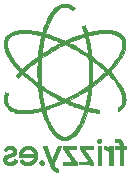
<source format=gbo>
%TF.GenerationSoftware,KiCad,Pcbnew,4.0.7*%
%TF.CreationDate,2018-07-15T20:08:15+02:00*%
%TF.ProjectId,RGBModule,5247424D6F64756C652E6B696361645F,rev?*%
%TF.FileFunction,Legend,Bot*%
%FSLAX46Y46*%
G04 Gerber Fmt 4.6, Leading zero omitted, Abs format (unit mm)*
G04 Created by KiCad (PCBNEW 4.0.7) date 07/15/18 20:08:15*
%MOMM*%
%LPD*%
G01*
G04 APERTURE LIST*
%ADD10C,0.100000*%
%ADD11C,0.010000*%
G04 APERTURE END LIST*
D10*
D11*
G36*
X8950497Y-1995471D02*
X8895702Y-1996905D01*
X8852782Y-2000012D01*
X8816131Y-2005410D01*
X8780143Y-2013719D01*
X8739211Y-2025558D01*
X8734848Y-2026893D01*
X8582526Y-2085539D01*
X8433943Y-2166671D01*
X8289336Y-2269951D01*
X8148942Y-2395041D01*
X8013001Y-2541603D01*
X7881748Y-2709300D01*
X7755421Y-2897793D01*
X7634258Y-3106745D01*
X7518497Y-3335817D01*
X7408375Y-3584671D01*
X7304130Y-3852971D01*
X7205998Y-4140377D01*
X7171426Y-4251037D01*
X7151968Y-4313061D01*
X7134188Y-4366436D01*
X7119350Y-4407629D01*
X7108713Y-4433106D01*
X7104003Y-4439791D01*
X7090256Y-4436747D01*
X7057767Y-4429359D01*
X7010293Y-4418486D01*
X6951589Y-4404989D01*
X6890758Y-4390961D01*
X6555425Y-4320821D01*
X6229198Y-4267207D01*
X6093123Y-4249461D01*
X6001660Y-4240360D01*
X5896790Y-4233040D01*
X5783017Y-4227560D01*
X5664844Y-4223980D01*
X5546776Y-4222357D01*
X5433318Y-4222752D01*
X5328972Y-4225223D01*
X5238244Y-4229829D01*
X5165637Y-4236629D01*
X5160818Y-4237260D01*
X4956156Y-4271489D01*
X4771028Y-4316741D01*
X4604464Y-4373420D01*
X4455493Y-4441929D01*
X4323145Y-4522673D01*
X4206449Y-4616054D01*
X4172408Y-4648518D01*
X4072257Y-4763564D01*
X3992420Y-4888847D01*
X3932756Y-5023897D01*
X3893123Y-5168240D01*
X3873379Y-5321405D01*
X3873380Y-5482921D01*
X3892986Y-5652315D01*
X3932054Y-5829116D01*
X3990442Y-6012851D01*
X4068007Y-6203049D01*
X4164608Y-6399238D01*
X4280102Y-6600946D01*
X4414347Y-6807701D01*
X4567201Y-7019032D01*
X4738522Y-7234466D01*
X4928168Y-7453532D01*
X5060849Y-7597280D01*
X5105201Y-7644661D01*
X5143399Y-7686360D01*
X5172839Y-7719461D01*
X5190917Y-7741049D01*
X5195454Y-7747991D01*
X5187779Y-7760125D01*
X5168202Y-7781828D01*
X5153782Y-7796113D01*
X5130643Y-7819233D01*
X5096122Y-7855009D01*
X5054407Y-7899046D01*
X5009688Y-7946947D01*
X4997053Y-7960611D01*
X4881995Y-8085322D01*
X4949248Y-8129339D01*
X4989791Y-8158001D01*
X5027539Y-8188234D01*
X5050651Y-8209812D01*
X5084803Y-8246268D01*
X5236485Y-8087314D01*
X5388167Y-7928361D01*
X5519834Y-8050392D01*
X5810645Y-8309377D01*
X6123043Y-8567225D01*
X6457759Y-8824540D01*
X6477268Y-8839012D01*
X6557961Y-8898725D01*
X6622072Y-8946257D01*
X6671499Y-8983272D01*
X6708138Y-9011434D01*
X6733889Y-9032407D01*
X6750647Y-9047857D01*
X6760310Y-9059447D01*
X6764776Y-9068841D01*
X6765942Y-9077704D01*
X6765706Y-9087701D01*
X6765643Y-9091961D01*
X6767470Y-9133939D01*
X6772664Y-9195609D01*
X6780809Y-9273879D01*
X6791491Y-9365661D01*
X6804295Y-9467867D01*
X6818808Y-9577406D01*
X6834615Y-9691191D01*
X6851301Y-9806131D01*
X6868451Y-9919138D01*
X6885652Y-10027123D01*
X6902489Y-10126997D01*
X6910809Y-10173855D01*
X6924246Y-10245946D01*
X6939785Y-10325917D01*
X6956605Y-10409867D01*
X6973885Y-10493897D01*
X6990805Y-10574105D01*
X7006542Y-10646592D01*
X7020277Y-10707456D01*
X7031188Y-10752798D01*
X7037544Y-10775952D01*
X7036736Y-10784628D01*
X7026365Y-10792908D01*
X7003279Y-10801992D01*
X6964330Y-10813078D01*
X6906367Y-10827365D01*
X6895934Y-10829835D01*
X6652258Y-10884042D01*
X6424924Y-10927511D01*
X6210085Y-10960708D01*
X6003892Y-10984099D01*
X5802496Y-10998149D01*
X5602049Y-11003322D01*
X5470312Y-11002142D01*
X5336032Y-10997717D01*
X5219705Y-10990376D01*
X5116306Y-10979468D01*
X5020808Y-10964337D01*
X4928185Y-10944332D01*
X4836720Y-10919763D01*
X4685905Y-10866737D01*
X4551481Y-10800529D01*
X4434303Y-10721894D01*
X4335226Y-10631586D01*
X4255105Y-10530361D01*
X4194796Y-10418973D01*
X4161629Y-10323946D01*
X4141547Y-10215367D01*
X4135487Y-10092503D01*
X4143288Y-9959292D01*
X4164791Y-9819671D01*
X4185764Y-9728409D01*
X4197875Y-9680954D01*
X4207393Y-9642065D01*
X4213043Y-9617034D01*
X4214047Y-9610870D01*
X4204319Y-9601895D01*
X4179641Y-9588689D01*
X4163076Y-9581413D01*
X4124116Y-9563352D01*
X4078137Y-9539196D01*
X4049070Y-9522488D01*
X3985992Y-9484504D01*
X3950193Y-9601157D01*
X3920764Y-9702639D01*
X3899672Y-9790600D01*
X3885746Y-9872563D01*
X3877815Y-9956048D01*
X3874710Y-10048579D01*
X3874550Y-10087264D01*
X3876192Y-10179949D01*
X3881552Y-10256823D01*
X3891888Y-10325033D01*
X3908457Y-10391728D01*
X3932517Y-10464056D01*
X3948165Y-10505640D01*
X4010094Y-10634135D01*
X4092202Y-10752874D01*
X4193391Y-10861065D01*
X4312559Y-10957915D01*
X4448607Y-11042633D01*
X4600435Y-11114427D01*
X4766942Y-11172503D01*
X4929909Y-11212685D01*
X5008885Y-11228032D01*
X5079535Y-11240107D01*
X5146413Y-11249277D01*
X5214072Y-11255911D01*
X5287063Y-11260376D01*
X5369940Y-11263039D01*
X5467255Y-11264270D01*
X5570681Y-11264457D01*
X5756099Y-11261498D01*
X5933810Y-11252743D01*
X6108716Y-11237590D01*
X6285715Y-11215436D01*
X6469708Y-11185679D01*
X6665595Y-11147718D01*
X6852227Y-11106927D01*
X6919856Y-11091508D01*
X6980916Y-11077628D01*
X7031350Y-11066205D01*
X7067101Y-11058158D01*
X7083613Y-11054510D01*
X7095785Y-11054581D01*
X7105732Y-11063379D01*
X7115681Y-11084907D01*
X7127856Y-11123167D01*
X7134306Y-11145674D01*
X7209130Y-11392934D01*
X7292411Y-11635351D01*
X7382966Y-11870321D01*
X7479615Y-12095241D01*
X7581176Y-12307507D01*
X7686470Y-12504515D01*
X7794315Y-12683663D01*
X7903530Y-12842346D01*
X7904464Y-12843603D01*
X8038155Y-13009493D01*
X8176219Y-13153248D01*
X8318471Y-13274727D01*
X8464730Y-13373789D01*
X8614811Y-13450291D01*
X8751454Y-13499290D01*
X8814137Y-13512883D01*
X8891327Y-13522745D01*
X8976001Y-13528612D01*
X9061135Y-13530223D01*
X9139703Y-13527318D01*
X9204683Y-13519634D01*
X9219045Y-13516693D01*
X9372672Y-13470459D01*
X9521116Y-13403668D01*
X9664861Y-13315933D01*
X9804388Y-13206865D01*
X9940177Y-13076076D01*
X10072711Y-12923179D01*
X10202471Y-12747785D01*
X10237098Y-12696513D01*
X10342002Y-12526678D01*
X10445240Y-12336856D01*
X10545461Y-12130154D01*
X10641315Y-11909672D01*
X10731450Y-11678516D01*
X10814516Y-11439789D01*
X10887785Y-11201400D01*
X10903334Y-11148828D01*
X10917336Y-11104349D01*
X10928238Y-11072712D01*
X10934419Y-11058743D01*
X10948031Y-11057864D01*
X10979936Y-11061972D01*
X11026050Y-11070361D01*
X11082286Y-11082327D01*
X11114302Y-11089760D01*
X11279838Y-11127298D01*
X11446911Y-11161504D01*
X11606852Y-11190665D01*
X11707091Y-11206737D01*
X11760792Y-11214826D01*
X11808834Y-11222141D01*
X11844801Y-11227702D01*
X11859051Y-11229975D01*
X11889785Y-11235053D01*
X11886188Y-10980688D01*
X10679545Y-10980688D01*
X10676083Y-10997569D01*
X10666451Y-11032773D01*
X10651779Y-11082713D01*
X10633198Y-11143805D01*
X10611838Y-11212464D01*
X10588830Y-11285105D01*
X10565304Y-11358144D01*
X10542391Y-11427995D01*
X10521221Y-11491074D01*
X10502925Y-11543796D01*
X10495375Y-11564698D01*
X10395474Y-11820314D01*
X10291078Y-12056664D01*
X10182479Y-12273353D01*
X10069969Y-12469986D01*
X9953841Y-12646170D01*
X9834387Y-12801510D01*
X9711899Y-12935611D01*
X9586669Y-13048079D01*
X9458990Y-13138519D01*
X9329154Y-13206538D01*
X9258784Y-13233626D01*
X9135661Y-13264383D01*
X9012410Y-13273099D01*
X8885807Y-13259897D01*
X8838045Y-13249622D01*
X8715788Y-13208599D01*
X8592979Y-13145125D01*
X8470323Y-13059807D01*
X8348522Y-12953252D01*
X8228278Y-12826066D01*
X8110294Y-12678855D01*
X8009990Y-12534900D01*
X7961843Y-12457014D01*
X7907947Y-12362328D01*
X7850718Y-12255642D01*
X7792571Y-12141754D01*
X7735921Y-12025466D01*
X7683182Y-11911577D01*
X7636769Y-11804885D01*
X7612065Y-11744037D01*
X7584057Y-11670703D01*
X7554495Y-11589849D01*
X7524271Y-11504257D01*
X7494277Y-11416710D01*
X7465406Y-11329994D01*
X7438550Y-11246890D01*
X7414601Y-11170182D01*
X7394451Y-11102655D01*
X7378992Y-11047091D01*
X7369117Y-11006274D01*
X7365719Y-10982987D01*
X7366756Y-10978765D01*
X7378537Y-10974389D01*
X7409635Y-10963682D01*
X7457432Y-10947523D01*
X7519309Y-10926789D01*
X7592646Y-10902360D01*
X7674826Y-10875115D01*
X7729681Y-10856991D01*
X7957949Y-10778884D01*
X8191231Y-10693802D01*
X8422449Y-10604475D01*
X8644524Y-10513631D01*
X8836106Y-10430418D01*
X9018894Y-10348425D01*
X9188242Y-10423842D01*
X9317242Y-10480073D01*
X9455463Y-10538124D01*
X9599908Y-10596878D01*
X9747580Y-10655217D01*
X9895481Y-10712025D01*
X10040614Y-10766185D01*
X10179982Y-10816581D01*
X10310586Y-10862095D01*
X10429431Y-10901610D01*
X10533518Y-10934011D01*
X10619850Y-10958179D01*
X10627646Y-10960164D01*
X10658321Y-10969340D01*
X10676948Y-10977710D01*
X10679545Y-10980688D01*
X11886188Y-10980688D01*
X11886045Y-10970599D01*
X11851409Y-10964745D01*
X11822129Y-10960053D01*
X11779545Y-10953525D01*
X11735954Y-10947029D01*
X11642133Y-10931939D01*
X11533319Y-10912255D01*
X11416807Y-10889417D01*
X11299894Y-10864863D01*
X11189874Y-10840033D01*
X11171920Y-10835778D01*
X11000432Y-10794806D01*
X11006842Y-10764308D01*
X11011257Y-10743659D01*
X11019680Y-10704576D01*
X11031218Y-10651191D01*
X11044978Y-10587636D01*
X11060067Y-10518042D01*
X11060138Y-10517718D01*
X11099208Y-10327673D01*
X11137284Y-10123271D01*
X11172801Y-9913241D01*
X11198421Y-9746346D01*
X11204763Y-9700743D01*
X11212603Y-9640932D01*
X11221513Y-9570536D01*
X11231063Y-9493179D01*
X11240825Y-9412482D01*
X11250370Y-9332070D01*
X11259269Y-9255565D01*
X11261197Y-9238561D01*
X10998935Y-9238561D01*
X10983645Y-9368503D01*
X10952225Y-9613953D01*
X10915736Y-9861079D01*
X10875225Y-10103592D01*
X10831739Y-10335207D01*
X10789264Y-10536565D01*
X10775583Y-10597901D01*
X10763882Y-10650879D01*
X10755009Y-10691604D01*
X10749817Y-10716183D01*
X10748818Y-10721641D01*
X10738235Y-10720870D01*
X10707792Y-10713145D01*
X10659451Y-10699065D01*
X10595172Y-10679229D01*
X10516916Y-10654237D01*
X10426644Y-10624690D01*
X10368416Y-10605320D01*
X10095466Y-10509776D01*
X9817409Y-10404408D01*
X9552665Y-10296449D01*
X9342605Y-10207522D01*
X8694411Y-10207522D01*
X8693006Y-10208665D01*
X8673186Y-10218102D01*
X8635350Y-10234654D01*
X8582938Y-10256909D01*
X8519392Y-10283453D01*
X8448154Y-10312874D01*
X8372664Y-10343758D01*
X8296365Y-10374693D01*
X8222698Y-10404266D01*
X8155104Y-10431064D01*
X8097025Y-10453674D01*
X8085329Y-10458151D01*
X8023356Y-10481250D01*
X7950787Y-10507432D01*
X7870661Y-10535684D01*
X7786020Y-10564990D01*
X7699902Y-10594335D01*
X7615349Y-10622705D01*
X7535400Y-10649085D01*
X7463095Y-10672460D01*
X7401474Y-10691816D01*
X7353578Y-10706136D01*
X7322446Y-10714408D01*
X7312689Y-10716059D01*
X7296618Y-10712080D01*
X7285809Y-10695862D01*
X7276706Y-10662042D01*
X7276623Y-10661650D01*
X7239631Y-10485061D01*
X7207500Y-10327036D01*
X7179554Y-10183724D01*
X7155112Y-10051274D01*
X7133498Y-9925834D01*
X7114032Y-9803551D01*
X7096038Y-9680575D01*
X7078837Y-9553053D01*
X7071876Y-9498716D01*
X7062987Y-9427702D01*
X7055192Y-9364113D01*
X7048931Y-9311652D01*
X7044644Y-9274025D01*
X7042773Y-9254937D01*
X7042727Y-9253764D01*
X7051764Y-9254715D01*
X7076694Y-9266734D01*
X7114243Y-9288010D01*
X7161138Y-9316733D01*
X7189931Y-9335182D01*
X7421576Y-9482336D01*
X7664435Y-9630093D01*
X7912531Y-9775014D01*
X8159885Y-9913657D01*
X8400521Y-10042582D01*
X8566045Y-10127348D01*
X8627373Y-10158998D01*
X8668485Y-10182446D01*
X8690467Y-10198388D01*
X8694411Y-10207522D01*
X9342605Y-10207522D01*
X9330950Y-10202588D01*
X9563634Y-10081426D01*
X9935285Y-9882243D01*
X10292055Y-9679136D01*
X10642137Y-9467304D01*
X10969127Y-9258112D01*
X10998935Y-9238561D01*
X11261197Y-9238561D01*
X11267092Y-9186590D01*
X11273411Y-9128769D01*
X11277796Y-9085723D01*
X11279819Y-9061077D01*
X11279905Y-9058262D01*
X11288844Y-9047599D01*
X11313639Y-9026072D01*
X11351261Y-8996104D01*
X11398683Y-8960118D01*
X11444431Y-8926611D01*
X11657875Y-8768696D01*
X11872179Y-8602524D01*
X12081370Y-8432905D01*
X12279473Y-8264647D01*
X12403591Y-8154557D01*
X12456801Y-8106542D01*
X12508286Y-8060274D01*
X12553821Y-8019536D01*
X12589182Y-7988112D01*
X12604519Y-7974638D01*
X12657355Y-7928648D01*
X12760081Y-8038138D01*
X12967752Y-8267467D01*
X13155247Y-8491196D01*
X13322372Y-8709016D01*
X13468937Y-8920619D01*
X13594750Y-9125699D01*
X13699617Y-9323945D01*
X13783347Y-9515051D01*
X13845749Y-9698709D01*
X13878474Y-9831558D01*
X13896761Y-9953723D01*
X13902873Y-10076780D01*
X13897170Y-10196044D01*
X13880013Y-10306828D01*
X13851765Y-10404445D01*
X13830586Y-10452898D01*
X13762480Y-10563061D01*
X13677351Y-10660809D01*
X13578881Y-10741977D01*
X13569320Y-10748439D01*
X13537657Y-10770823D01*
X13515564Y-10789040D01*
X13508181Y-10798381D01*
X13510901Y-10813834D01*
X13517946Y-10844275D01*
X13525500Y-10874217D01*
X13535536Y-10924126D01*
X13541787Y-10977110D01*
X13542818Y-11001781D01*
X13544327Y-11035797D01*
X13548204Y-11057969D01*
X13551660Y-11062855D01*
X13569210Y-11056567D01*
X13600822Y-11039657D01*
X13641861Y-11015054D01*
X13687693Y-10985686D01*
X13733683Y-10954483D01*
X13775198Y-10924375D01*
X13794121Y-10909605D01*
X13886984Y-10822027D01*
X13971794Y-10717771D01*
X14044351Y-10602926D01*
X14100458Y-10483580D01*
X14114339Y-10445173D01*
X14142457Y-10336051D01*
X14159938Y-10212753D01*
X14166427Y-10081781D01*
X14161565Y-9949636D01*
X14147723Y-9838185D01*
X14104453Y-9645721D01*
X14039165Y-9446909D01*
X13951842Y-9241723D01*
X13842469Y-9030136D01*
X13711030Y-8812123D01*
X13557511Y-8587658D01*
X13381896Y-8356716D01*
X13184169Y-8119270D01*
X12982020Y-7894303D01*
X12844259Y-7746009D01*
X12467896Y-7746009D01*
X12321289Y-7879087D01*
X12215864Y-7973977D01*
X12118625Y-8059596D01*
X12023023Y-8141552D01*
X11922510Y-8225452D01*
X11810538Y-8316901D01*
X11799454Y-8325872D01*
X11732679Y-8379409D01*
X11663263Y-8434223D01*
X11593696Y-8488430D01*
X11526470Y-8540144D01*
X11464076Y-8587479D01*
X11409005Y-8628550D01*
X11363748Y-8661473D01*
X11330797Y-8684360D01*
X11312641Y-8695328D01*
X11310407Y-8696013D01*
X11305064Y-8686649D01*
X11306774Y-8670059D01*
X11308750Y-8652401D01*
X11311376Y-8614685D01*
X11314493Y-8559931D01*
X11317946Y-8491160D01*
X11321580Y-8411391D01*
X11325237Y-8323643D01*
X11326923Y-8280400D01*
X11330974Y-8146003D01*
X11333562Y-7997463D01*
X11334729Y-7839480D01*
X11334670Y-7793741D01*
X11066607Y-7793741D01*
X11066350Y-7947190D01*
X11065228Y-8097197D01*
X11063243Y-8241426D01*
X11060393Y-8377543D01*
X11056680Y-8503215D01*
X11052103Y-8616106D01*
X11046661Y-8713884D01*
X11040356Y-8794212D01*
X11033187Y-8854758D01*
X11029997Y-8873326D01*
X11025461Y-8885249D01*
X11014925Y-8899113D01*
X10996238Y-8916579D01*
X10967247Y-8939306D01*
X10925800Y-8968954D01*
X10869745Y-9007182D01*
X10796930Y-9055650D01*
X10773610Y-9071042D01*
X10543161Y-9219423D01*
X10299578Y-9369722D01*
X10051648Y-9516601D01*
X9859818Y-9625965D01*
X9811916Y-9652343D01*
X9751759Y-9684789D01*
X9681954Y-9721958D01*
X9605109Y-9762502D01*
X9523833Y-9805073D01*
X9440735Y-9848324D01*
X9358423Y-9890908D01*
X9279504Y-9931477D01*
X9206589Y-9968685D01*
X9142284Y-10001184D01*
X9089198Y-10027627D01*
X9049940Y-10046667D01*
X9027118Y-10056956D01*
X9022601Y-10058400D01*
X9011035Y-10053405D01*
X8981454Y-10039270D01*
X8936452Y-10017273D01*
X8878621Y-9988692D01*
X8810555Y-9954805D01*
X8734846Y-9916888D01*
X8707703Y-9903245D01*
X8404061Y-9746612D01*
X8116216Y-9589858D01*
X7837206Y-9428963D01*
X7560067Y-9259912D01*
X7277837Y-9078686D01*
X7272212Y-9074989D01*
X7011016Y-8903209D01*
X7003839Y-8814054D01*
X6993426Y-8670971D01*
X6992632Y-8657037D01*
X6729133Y-8657037D01*
X6728983Y-8684976D01*
X6726216Y-8696028D01*
X6726101Y-8696037D01*
X6714712Y-8689440D01*
X6688323Y-8671255D01*
X6650302Y-8643885D01*
X6604017Y-8609738D01*
X6577551Y-8589914D01*
X6437526Y-8482641D01*
X6293505Y-8368862D01*
X6149507Y-8251920D01*
X6009550Y-8135157D01*
X5877655Y-8021916D01*
X5757839Y-7915539D01*
X5675749Y-7839853D01*
X5572999Y-7743171D01*
X5739249Y-7592710D01*
X5890335Y-7457664D01*
X6032292Y-7334585D01*
X6171417Y-7218260D01*
X6314008Y-7103474D01*
X6466363Y-6985014D01*
X6550854Y-6920747D01*
X6605149Y-6880157D01*
X6652940Y-6845274D01*
X6691287Y-6818174D01*
X6717250Y-6800934D01*
X6727890Y-6795630D01*
X6727926Y-6795660D01*
X6728749Y-6808078D01*
X6728456Y-6840400D01*
X6727142Y-6889472D01*
X6724907Y-6952139D01*
X6721847Y-7025245D01*
X6718850Y-7089553D01*
X6716362Y-7155505D01*
X6714361Y-7238926D01*
X6712833Y-7336956D01*
X6711763Y-7446735D01*
X6711136Y-7565400D01*
X6710938Y-7690092D01*
X6711155Y-7817949D01*
X6711772Y-7946112D01*
X6712774Y-8071718D01*
X6714146Y-8191908D01*
X6715875Y-8303820D01*
X6717946Y-8404594D01*
X6720343Y-8491368D01*
X6723054Y-8561282D01*
X6726062Y-8611476D01*
X6726625Y-8618105D01*
X6729133Y-8657037D01*
X6992632Y-8657037D01*
X6985094Y-8524765D01*
X6978724Y-8371712D01*
X6974196Y-8208088D01*
X6971391Y-8030169D01*
X6970190Y-7834229D01*
X6970127Y-7760855D01*
X6970470Y-7606439D01*
X6971496Y-7469942D01*
X6973370Y-7346198D01*
X6976256Y-7230041D01*
X6980316Y-7116306D01*
X6985716Y-6999825D01*
X6992619Y-6875433D01*
X7001189Y-6737965D01*
X7003906Y-6696472D01*
X7011297Y-6584588D01*
X7237717Y-6435708D01*
X7586501Y-6212643D01*
X7932530Y-6004359D01*
X8283496Y-5806423D01*
X8647094Y-5614405D01*
X8782325Y-5545993D01*
X9015242Y-5429443D01*
X9151780Y-5494266D01*
X9351878Y-5592506D01*
X9565576Y-5703427D01*
X9788885Y-5824753D01*
X10017815Y-5954206D01*
X10248378Y-6089507D01*
X10476582Y-6228379D01*
X10698440Y-6368544D01*
X10807989Y-6439879D01*
X11023024Y-6581422D01*
X11030030Y-6642934D01*
X11037551Y-6722324D01*
X11044209Y-6819281D01*
X11050001Y-6931469D01*
X11054929Y-7056554D01*
X11058993Y-7192203D01*
X11062193Y-7336080D01*
X11064529Y-7485852D01*
X11066000Y-7639184D01*
X11066607Y-7793741D01*
X11334670Y-7793741D01*
X11334519Y-7676749D01*
X11332975Y-7513968D01*
X11330139Y-7355833D01*
X11326055Y-7207042D01*
X11320766Y-7072292D01*
X11314866Y-6964658D01*
X11311352Y-6905115D01*
X11309003Y-6854248D01*
X11307962Y-6816266D01*
X11308374Y-6795381D01*
X11308995Y-6792738D01*
X11320323Y-6797072D01*
X11347486Y-6814539D01*
X11388488Y-6843598D01*
X11441335Y-6882710D01*
X11504030Y-6930336D01*
X11574578Y-6984937D01*
X11650983Y-7044972D01*
X11731250Y-7108904D01*
X11813383Y-7175192D01*
X11895386Y-7242298D01*
X11943772Y-7282377D01*
X12032202Y-7356331D01*
X12107709Y-7420370D01*
X12175419Y-7478983D01*
X12240457Y-7536662D01*
X12307946Y-7597897D01*
X12383011Y-7667178D01*
X12384789Y-7668828D01*
X12467896Y-7746009D01*
X12844259Y-7746009D01*
X12841917Y-7743488D01*
X12956895Y-7622285D01*
X13172051Y-7386517D01*
X13367133Y-7154078D01*
X13541868Y-6925405D01*
X13695983Y-6700935D01*
X13829204Y-6481104D01*
X13941260Y-6266347D01*
X14031876Y-6057101D01*
X14100780Y-5853802D01*
X14127617Y-5751946D01*
X14144281Y-5664269D01*
X14156375Y-5564943D01*
X14163535Y-5461130D01*
X14165245Y-5368162D01*
X13902208Y-5368162D01*
X13900539Y-5470619D01*
X13891763Y-5572814D01*
X13878418Y-5655744D01*
X13833814Y-5827891D01*
X13768733Y-6008343D01*
X13683794Y-6196008D01*
X13579612Y-6389797D01*
X13456804Y-6588618D01*
X13315988Y-6791379D01*
X13157779Y-6996989D01*
X13040984Y-7137400D01*
X12986254Y-7200508D01*
X12929289Y-7264861D01*
X12872282Y-7328110D01*
X12817427Y-7387910D01*
X12766918Y-7441913D01*
X12722950Y-7487771D01*
X12687716Y-7523137D01*
X12663410Y-7545665D01*
X12652483Y-7553037D01*
X12640160Y-7545547D01*
X12615024Y-7525212D01*
X12580867Y-7495235D01*
X12545676Y-7462783D01*
X12398290Y-7327811D01*
X12234947Y-7185168D01*
X12059907Y-7038339D01*
X11877428Y-6890809D01*
X11691773Y-6746061D01*
X11507200Y-6607582D01*
X11442391Y-6560333D01*
X11382450Y-6516543D01*
X11338888Y-6483365D01*
X11309040Y-6458352D01*
X11290243Y-6439056D01*
X11279831Y-6423030D01*
X11275139Y-6407826D01*
X11274924Y-6406524D01*
X11271665Y-6382076D01*
X11266628Y-6339825D01*
X11260406Y-6284936D01*
X11254073Y-6226968D01*
X10991272Y-6226968D01*
X10986722Y-6231847D01*
X10971755Y-6227792D01*
X10944397Y-6213758D01*
X10902676Y-6188702D01*
X10844619Y-6151580D01*
X10826750Y-6139917D01*
X10764260Y-6099581D01*
X10688219Y-6051396D01*
X10604930Y-5999302D01*
X10520694Y-5947239D01*
X10441814Y-5899149D01*
X10437140Y-5896325D01*
X10280178Y-5803058D01*
X10116155Y-5708337D01*
X9950622Y-5615254D01*
X9789128Y-5526902D01*
X9637224Y-5446372D01*
X9539473Y-5396262D01*
X9477848Y-5364847D01*
X9423973Y-5336704D01*
X9381004Y-5313539D01*
X9352099Y-5297057D01*
X9340414Y-5288963D01*
X9340314Y-5288686D01*
X9342380Y-5287279D01*
X8707174Y-5287279D01*
X8489746Y-5400069D01*
X8234106Y-5535696D01*
X7979075Y-5676833D01*
X7729730Y-5820540D01*
X7491148Y-5963880D01*
X7268405Y-6103911D01*
X7221897Y-6134070D01*
X7166336Y-6170111D01*
X7117919Y-6201127D01*
X7079751Y-6225159D01*
X7054940Y-6240250D01*
X7046586Y-6244562D01*
X7047247Y-6232944D01*
X7050469Y-6201933D01*
X7055845Y-6155036D01*
X7062974Y-6095759D01*
X7071450Y-6027610D01*
X7072757Y-6017286D01*
X7105079Y-5779158D01*
X7140407Y-5552966D01*
X7180529Y-5327590D01*
X7199646Y-5228439D01*
X7216193Y-5146004D01*
X7233142Y-5064412D01*
X7249767Y-4986880D01*
X7265345Y-4916627D01*
X7279153Y-4856870D01*
X7290466Y-4810828D01*
X7298559Y-4781717D01*
X7302160Y-4772846D01*
X7314604Y-4774280D01*
X7345491Y-4782025D01*
X7391382Y-4795019D01*
X7448839Y-4812200D01*
X7514422Y-4832505D01*
X7584693Y-4854871D01*
X7656214Y-4878235D01*
X7725544Y-4901536D01*
X7781636Y-4921010D01*
X7933574Y-4975789D01*
X8087853Y-5033359D01*
X8239791Y-5091884D01*
X8384706Y-5149523D01*
X8517917Y-5204439D01*
X8634741Y-5254794D01*
X8657155Y-5264797D01*
X8707174Y-5287279D01*
X9342380Y-5287279D01*
X9350604Y-5281681D01*
X9379682Y-5267461D01*
X9424807Y-5247159D01*
X9483240Y-5221910D01*
X9552240Y-5192849D01*
X9629067Y-5161110D01*
X9710982Y-5127828D01*
X9795242Y-5094137D01*
X9879110Y-5061172D01*
X9959843Y-5030068D01*
X10016446Y-5008734D01*
X10109651Y-4974556D01*
X10204912Y-4940634D01*
X10299672Y-4907790D01*
X10391379Y-4876842D01*
X10477477Y-4848612D01*
X10555412Y-4823918D01*
X10622628Y-4803581D01*
X10676572Y-4788421D01*
X10714689Y-4779257D01*
X10734423Y-4776911D01*
X10736378Y-4777659D01*
X10741385Y-4791543D01*
X10750225Y-4824568D01*
X10762119Y-4873253D01*
X10776285Y-4934113D01*
X10791943Y-5003665D01*
X10808311Y-5078427D01*
X10824611Y-5154914D01*
X10840060Y-5229645D01*
X10853878Y-5299135D01*
X10857694Y-5318991D01*
X10870580Y-5389520D01*
X10884734Y-5471878D01*
X10899681Y-5562820D01*
X10914942Y-5659099D01*
X10930040Y-5757470D01*
X10944497Y-5854686D01*
X10957837Y-5947502D01*
X10969581Y-6032672D01*
X10979251Y-6106950D01*
X10986371Y-6167089D01*
X10990463Y-6209845D01*
X10991272Y-6226968D01*
X11254073Y-6226968D01*
X11253592Y-6222575D01*
X11250807Y-6196446D01*
X11219861Y-5936725D01*
X11181217Y-5666678D01*
X11136319Y-5395189D01*
X11086613Y-5131145D01*
X11047139Y-4943764D01*
X11032202Y-4875811D01*
X11019054Y-4815026D01*
X11008505Y-4765237D01*
X11001366Y-4730268D01*
X10998447Y-4713946D01*
X10998439Y-4713859D01*
X11005136Y-4704615D01*
X11027456Y-4693615D01*
X11066570Y-4680544D01*
X11123651Y-4665086D01*
X11199871Y-4646929D01*
X11296403Y-4625757D01*
X11414418Y-4601255D01*
X11430000Y-4598093D01*
X11709569Y-4547490D01*
X11977368Y-4511200D01*
X12232434Y-4489236D01*
X12473809Y-4481616D01*
X12700532Y-4488353D01*
X12911643Y-4509465D01*
X13106182Y-4544965D01*
X13202227Y-4569615D01*
X13351439Y-4621412D01*
X13484925Y-4686809D01*
X13601722Y-4764927D01*
X13700862Y-4854883D01*
X13781381Y-4955796D01*
X13842314Y-5066785D01*
X13882694Y-5186969D01*
X13883877Y-5191991D01*
X13896683Y-5272826D01*
X13902208Y-5368162D01*
X14165245Y-5368162D01*
X14165396Y-5359992D01*
X14161594Y-5268689D01*
X14155045Y-5212438D01*
X14131997Y-5109310D01*
X14096758Y-5001532D01*
X14053117Y-4899751D01*
X14024755Y-4846468D01*
X13964683Y-4759569D01*
X13886702Y-4671731D01*
X13795429Y-4587079D01*
X13695485Y-4509738D01*
X13591487Y-4443832D01*
X13547982Y-4420690D01*
X13461707Y-4382825D01*
X13357507Y-4345827D01*
X13240541Y-4311119D01*
X13115969Y-4280124D01*
X12988950Y-4254267D01*
X12884727Y-4237640D01*
X12831283Y-4232366D01*
X12759190Y-4228271D01*
X12672862Y-4225354D01*
X12576709Y-4223615D01*
X12475144Y-4223054D01*
X12372580Y-4223669D01*
X12273429Y-4225461D01*
X12182103Y-4228429D01*
X12103014Y-4232572D01*
X12041909Y-4237741D01*
X11925226Y-4252007D01*
X11794789Y-4270281D01*
X11659038Y-4291237D01*
X11526416Y-4313553D01*
X11405364Y-4335905D01*
X11366573Y-4343638D01*
X11293068Y-4358979D01*
X11217288Y-4375389D01*
X11143274Y-4391931D01*
X11075069Y-4407671D01*
X11016715Y-4421673D01*
X10972253Y-4433002D01*
X10945727Y-4440723D01*
X10943462Y-4441544D01*
X10932906Y-4440239D01*
X10922445Y-4425497D01*
X10910299Y-4393965D01*
X10899331Y-4358362D01*
X10883730Y-4306476D01*
X10864480Y-4244628D01*
X10842805Y-4176524D01*
X10819931Y-4105873D01*
X10797083Y-4036383D01*
X10775487Y-3971762D01*
X10756366Y-3915718D01*
X10740948Y-3871959D01*
X10730456Y-3844194D01*
X10726935Y-3836595D01*
X10717864Y-3829363D01*
X10701321Y-3829760D01*
X10672392Y-3838598D01*
X10640661Y-3850832D01*
X10594527Y-3867685D01*
X10549597Y-3881463D01*
X10519023Y-3888516D01*
X10473224Y-3895839D01*
X10522827Y-4035915D01*
X10542697Y-4093553D01*
X10564134Y-4158327D01*
X10586051Y-4226646D01*
X10607358Y-4294916D01*
X10626968Y-4359547D01*
X10643792Y-4416946D01*
X10656742Y-4463521D01*
X10664730Y-4495680D01*
X10666666Y-4509831D01*
X10666504Y-4510101D01*
X10654922Y-4514578D01*
X10624012Y-4525452D01*
X10576360Y-4541839D01*
X10514553Y-4562860D01*
X10441177Y-4587634D01*
X10358818Y-4615280D01*
X10298545Y-4635422D01*
X9998805Y-4739756D01*
X9699843Y-4852224D01*
X9409802Y-4969676D01*
X9205855Y-5057881D01*
X9019483Y-5140902D01*
X8847946Y-5064045D01*
X8640622Y-4973982D01*
X8420745Y-4883658D01*
X8194975Y-4795612D01*
X7969973Y-4712386D01*
X7949471Y-4705237D01*
X7042727Y-4705237D01*
X7040291Y-4720094D01*
X7033528Y-4753608D01*
X7023256Y-4801926D01*
X7010293Y-4861194D01*
X6997099Y-4920271D01*
X6950802Y-5139010D01*
X6906621Y-5373648D01*
X6865717Y-5617012D01*
X6829252Y-5861931D01*
X6798387Y-6101230D01*
X6781989Y-6249277D01*
X6762305Y-6440655D01*
X6570584Y-6581035D01*
X6330360Y-6760553D01*
X6106527Y-6935583D01*
X5894037Y-7110222D01*
X5687845Y-7288566D01*
X5582227Y-7383413D01*
X5514602Y-7444287D01*
X5461994Y-7490184D01*
X5422921Y-7522278D01*
X5395895Y-7541743D01*
X5379432Y-7549752D01*
X5372946Y-7548779D01*
X5360842Y-7536152D01*
X5336010Y-7509911D01*
X5301505Y-7473296D01*
X5260383Y-7429546D01*
X5236209Y-7403784D01*
X5058712Y-7207429D01*
X4893511Y-7010331D01*
X4742232Y-6814694D01*
X4606499Y-6622720D01*
X4487936Y-6436612D01*
X4388166Y-6258572D01*
X4379627Y-6241967D01*
X4318324Y-6117132D01*
X4268516Y-6004670D01*
X4227797Y-5898516D01*
X4193758Y-5792608D01*
X4176498Y-5730311D01*
X4162773Y-5676133D01*
X4153112Y-5631040D01*
X4146799Y-5588631D01*
X4143117Y-5542505D01*
X4141348Y-5486261D01*
X4140775Y-5413495D01*
X4140770Y-5411355D01*
X4140888Y-5339778D01*
X4142028Y-5285964D01*
X4144775Y-5244589D01*
X4149714Y-5210329D01*
X4157429Y-5177859D01*
X4168507Y-5141856D01*
X4171311Y-5133359D01*
X4223252Y-5012458D01*
X4294221Y-4903153D01*
X4382390Y-4807935D01*
X4450184Y-4753255D01*
X4570792Y-4677988D01*
X4704400Y-4615418D01*
X4852152Y-4565294D01*
X5015196Y-4527368D01*
X5194676Y-4501390D01*
X5391739Y-4487110D01*
X5607531Y-4484280D01*
X5679659Y-4485722D01*
X5887077Y-4495613D01*
X6094280Y-4514304D01*
X6306138Y-4542459D01*
X6527520Y-4580740D01*
X6763296Y-4629808D01*
X6800272Y-4638156D01*
X6863989Y-4652652D01*
X6921929Y-4665791D01*
X6969366Y-4676504D01*
X7001574Y-4683723D01*
X7010977Y-4685793D01*
X7033976Y-4694692D01*
X7042727Y-4705237D01*
X7949471Y-4705237D01*
X7752399Y-4636521D01*
X7579673Y-4580161D01*
X7514514Y-4559572D01*
X7457433Y-4541354D01*
X7411889Y-4526627D01*
X7381339Y-4516509D01*
X7369242Y-4512117D01*
X7369194Y-4512079D01*
X7371030Y-4500036D01*
X7379137Y-4469412D01*
X7392481Y-4423528D01*
X7410028Y-4365708D01*
X7430743Y-4299275D01*
X7453591Y-4227552D01*
X7477540Y-4153862D01*
X7501553Y-4081527D01*
X7521276Y-4023496D01*
X7588060Y-3839231D01*
X7658744Y-3664535D01*
X7737265Y-3490152D01*
X7817956Y-3325688D01*
X7932508Y-3114554D01*
X8050335Y-2926269D01*
X8171438Y-2760833D01*
X8295813Y-2618249D01*
X8423459Y-2498518D01*
X8554375Y-2401643D01*
X8638964Y-2352119D01*
X8716972Y-2313456D01*
X8784763Y-2286149D01*
X8850437Y-2267488D01*
X8922092Y-2254765D01*
X8935271Y-2253020D01*
X9055029Y-2248096D01*
X9174627Y-2264144D01*
X9295105Y-2301534D01*
X9417501Y-2360635D01*
X9542854Y-2441817D01*
X9609292Y-2492672D01*
X9687811Y-2555799D01*
X9736292Y-2505196D01*
X9772495Y-2469461D01*
X9811494Y-2433999D01*
X9830954Y-2417673D01*
X9877136Y-2380754D01*
X9813636Y-2322729D01*
X9764827Y-2281632D01*
X9704296Y-2235889D01*
X9637974Y-2189514D01*
X9571793Y-2146519D01*
X9511686Y-2110916D01*
X9466808Y-2088122D01*
X9425028Y-2070941D01*
X9371463Y-2050683D01*
X9316353Y-2031195D01*
X9305573Y-2027571D01*
X9266609Y-2015126D01*
X9233136Y-2006320D01*
X9199760Y-2000533D01*
X9161089Y-1997145D01*
X9111729Y-1995537D01*
X9046288Y-1995090D01*
X9022772Y-1995089D01*
X8950497Y-1995471D01*
X8950497Y-1995471D01*
G37*
X8950497Y-1995471D02*
X8895702Y-1996905D01*
X8852782Y-2000012D01*
X8816131Y-2005410D01*
X8780143Y-2013719D01*
X8739211Y-2025558D01*
X8734848Y-2026893D01*
X8582526Y-2085539D01*
X8433943Y-2166671D01*
X8289336Y-2269951D01*
X8148942Y-2395041D01*
X8013001Y-2541603D01*
X7881748Y-2709300D01*
X7755421Y-2897793D01*
X7634258Y-3106745D01*
X7518497Y-3335817D01*
X7408375Y-3584671D01*
X7304130Y-3852971D01*
X7205998Y-4140377D01*
X7171426Y-4251037D01*
X7151968Y-4313061D01*
X7134188Y-4366436D01*
X7119350Y-4407629D01*
X7108713Y-4433106D01*
X7104003Y-4439791D01*
X7090256Y-4436747D01*
X7057767Y-4429359D01*
X7010293Y-4418486D01*
X6951589Y-4404989D01*
X6890758Y-4390961D01*
X6555425Y-4320821D01*
X6229198Y-4267207D01*
X6093123Y-4249461D01*
X6001660Y-4240360D01*
X5896790Y-4233040D01*
X5783017Y-4227560D01*
X5664844Y-4223980D01*
X5546776Y-4222357D01*
X5433318Y-4222752D01*
X5328972Y-4225223D01*
X5238244Y-4229829D01*
X5165637Y-4236629D01*
X5160818Y-4237260D01*
X4956156Y-4271489D01*
X4771028Y-4316741D01*
X4604464Y-4373420D01*
X4455493Y-4441929D01*
X4323145Y-4522673D01*
X4206449Y-4616054D01*
X4172408Y-4648518D01*
X4072257Y-4763564D01*
X3992420Y-4888847D01*
X3932756Y-5023897D01*
X3893123Y-5168240D01*
X3873379Y-5321405D01*
X3873380Y-5482921D01*
X3892986Y-5652315D01*
X3932054Y-5829116D01*
X3990442Y-6012851D01*
X4068007Y-6203049D01*
X4164608Y-6399238D01*
X4280102Y-6600946D01*
X4414347Y-6807701D01*
X4567201Y-7019032D01*
X4738522Y-7234466D01*
X4928168Y-7453532D01*
X5060849Y-7597280D01*
X5105201Y-7644661D01*
X5143399Y-7686360D01*
X5172839Y-7719461D01*
X5190917Y-7741049D01*
X5195454Y-7747991D01*
X5187779Y-7760125D01*
X5168202Y-7781828D01*
X5153782Y-7796113D01*
X5130643Y-7819233D01*
X5096122Y-7855009D01*
X5054407Y-7899046D01*
X5009688Y-7946947D01*
X4997053Y-7960611D01*
X4881995Y-8085322D01*
X4949248Y-8129339D01*
X4989791Y-8158001D01*
X5027539Y-8188234D01*
X5050651Y-8209812D01*
X5084803Y-8246268D01*
X5236485Y-8087314D01*
X5388167Y-7928361D01*
X5519834Y-8050392D01*
X5810645Y-8309377D01*
X6123043Y-8567225D01*
X6457759Y-8824540D01*
X6477268Y-8839012D01*
X6557961Y-8898725D01*
X6622072Y-8946257D01*
X6671499Y-8983272D01*
X6708138Y-9011434D01*
X6733889Y-9032407D01*
X6750647Y-9047857D01*
X6760310Y-9059447D01*
X6764776Y-9068841D01*
X6765942Y-9077704D01*
X6765706Y-9087701D01*
X6765643Y-9091961D01*
X6767470Y-9133939D01*
X6772664Y-9195609D01*
X6780809Y-9273879D01*
X6791491Y-9365661D01*
X6804295Y-9467867D01*
X6818808Y-9577406D01*
X6834615Y-9691191D01*
X6851301Y-9806131D01*
X6868451Y-9919138D01*
X6885652Y-10027123D01*
X6902489Y-10126997D01*
X6910809Y-10173855D01*
X6924246Y-10245946D01*
X6939785Y-10325917D01*
X6956605Y-10409867D01*
X6973885Y-10493897D01*
X6990805Y-10574105D01*
X7006542Y-10646592D01*
X7020277Y-10707456D01*
X7031188Y-10752798D01*
X7037544Y-10775952D01*
X7036736Y-10784628D01*
X7026365Y-10792908D01*
X7003279Y-10801992D01*
X6964330Y-10813078D01*
X6906367Y-10827365D01*
X6895934Y-10829835D01*
X6652258Y-10884042D01*
X6424924Y-10927511D01*
X6210085Y-10960708D01*
X6003892Y-10984099D01*
X5802496Y-10998149D01*
X5602049Y-11003322D01*
X5470312Y-11002142D01*
X5336032Y-10997717D01*
X5219705Y-10990376D01*
X5116306Y-10979468D01*
X5020808Y-10964337D01*
X4928185Y-10944332D01*
X4836720Y-10919763D01*
X4685905Y-10866737D01*
X4551481Y-10800529D01*
X4434303Y-10721894D01*
X4335226Y-10631586D01*
X4255105Y-10530361D01*
X4194796Y-10418973D01*
X4161629Y-10323946D01*
X4141547Y-10215367D01*
X4135487Y-10092503D01*
X4143288Y-9959292D01*
X4164791Y-9819671D01*
X4185764Y-9728409D01*
X4197875Y-9680954D01*
X4207393Y-9642065D01*
X4213043Y-9617034D01*
X4214047Y-9610870D01*
X4204319Y-9601895D01*
X4179641Y-9588689D01*
X4163076Y-9581413D01*
X4124116Y-9563352D01*
X4078137Y-9539196D01*
X4049070Y-9522488D01*
X3985992Y-9484504D01*
X3950193Y-9601157D01*
X3920764Y-9702639D01*
X3899672Y-9790600D01*
X3885746Y-9872563D01*
X3877815Y-9956048D01*
X3874710Y-10048579D01*
X3874550Y-10087264D01*
X3876192Y-10179949D01*
X3881552Y-10256823D01*
X3891888Y-10325033D01*
X3908457Y-10391728D01*
X3932517Y-10464056D01*
X3948165Y-10505640D01*
X4010094Y-10634135D01*
X4092202Y-10752874D01*
X4193391Y-10861065D01*
X4312559Y-10957915D01*
X4448607Y-11042633D01*
X4600435Y-11114427D01*
X4766942Y-11172503D01*
X4929909Y-11212685D01*
X5008885Y-11228032D01*
X5079535Y-11240107D01*
X5146413Y-11249277D01*
X5214072Y-11255911D01*
X5287063Y-11260376D01*
X5369940Y-11263039D01*
X5467255Y-11264270D01*
X5570681Y-11264457D01*
X5756099Y-11261498D01*
X5933810Y-11252743D01*
X6108716Y-11237590D01*
X6285715Y-11215436D01*
X6469708Y-11185679D01*
X6665595Y-11147718D01*
X6852227Y-11106927D01*
X6919856Y-11091508D01*
X6980916Y-11077628D01*
X7031350Y-11066205D01*
X7067101Y-11058158D01*
X7083613Y-11054510D01*
X7095785Y-11054581D01*
X7105732Y-11063379D01*
X7115681Y-11084907D01*
X7127856Y-11123167D01*
X7134306Y-11145674D01*
X7209130Y-11392934D01*
X7292411Y-11635351D01*
X7382966Y-11870321D01*
X7479615Y-12095241D01*
X7581176Y-12307507D01*
X7686470Y-12504515D01*
X7794315Y-12683663D01*
X7903530Y-12842346D01*
X7904464Y-12843603D01*
X8038155Y-13009493D01*
X8176219Y-13153248D01*
X8318471Y-13274727D01*
X8464730Y-13373789D01*
X8614811Y-13450291D01*
X8751454Y-13499290D01*
X8814137Y-13512883D01*
X8891327Y-13522745D01*
X8976001Y-13528612D01*
X9061135Y-13530223D01*
X9139703Y-13527318D01*
X9204683Y-13519634D01*
X9219045Y-13516693D01*
X9372672Y-13470459D01*
X9521116Y-13403668D01*
X9664861Y-13315933D01*
X9804388Y-13206865D01*
X9940177Y-13076076D01*
X10072711Y-12923179D01*
X10202471Y-12747785D01*
X10237098Y-12696513D01*
X10342002Y-12526678D01*
X10445240Y-12336856D01*
X10545461Y-12130154D01*
X10641315Y-11909672D01*
X10731450Y-11678516D01*
X10814516Y-11439789D01*
X10887785Y-11201400D01*
X10903334Y-11148828D01*
X10917336Y-11104349D01*
X10928238Y-11072712D01*
X10934419Y-11058743D01*
X10948031Y-11057864D01*
X10979936Y-11061972D01*
X11026050Y-11070361D01*
X11082286Y-11082327D01*
X11114302Y-11089760D01*
X11279838Y-11127298D01*
X11446911Y-11161504D01*
X11606852Y-11190665D01*
X11707091Y-11206737D01*
X11760792Y-11214826D01*
X11808834Y-11222141D01*
X11844801Y-11227702D01*
X11859051Y-11229975D01*
X11889785Y-11235053D01*
X11886188Y-10980688D01*
X10679545Y-10980688D01*
X10676083Y-10997569D01*
X10666451Y-11032773D01*
X10651779Y-11082713D01*
X10633198Y-11143805D01*
X10611838Y-11212464D01*
X10588830Y-11285105D01*
X10565304Y-11358144D01*
X10542391Y-11427995D01*
X10521221Y-11491074D01*
X10502925Y-11543796D01*
X10495375Y-11564698D01*
X10395474Y-11820314D01*
X10291078Y-12056664D01*
X10182479Y-12273353D01*
X10069969Y-12469986D01*
X9953841Y-12646170D01*
X9834387Y-12801510D01*
X9711899Y-12935611D01*
X9586669Y-13048079D01*
X9458990Y-13138519D01*
X9329154Y-13206538D01*
X9258784Y-13233626D01*
X9135661Y-13264383D01*
X9012410Y-13273099D01*
X8885807Y-13259897D01*
X8838045Y-13249622D01*
X8715788Y-13208599D01*
X8592979Y-13145125D01*
X8470323Y-13059807D01*
X8348522Y-12953252D01*
X8228278Y-12826066D01*
X8110294Y-12678855D01*
X8009990Y-12534900D01*
X7961843Y-12457014D01*
X7907947Y-12362328D01*
X7850718Y-12255642D01*
X7792571Y-12141754D01*
X7735921Y-12025466D01*
X7683182Y-11911577D01*
X7636769Y-11804885D01*
X7612065Y-11744037D01*
X7584057Y-11670703D01*
X7554495Y-11589849D01*
X7524271Y-11504257D01*
X7494277Y-11416710D01*
X7465406Y-11329994D01*
X7438550Y-11246890D01*
X7414601Y-11170182D01*
X7394451Y-11102655D01*
X7378992Y-11047091D01*
X7369117Y-11006274D01*
X7365719Y-10982987D01*
X7366756Y-10978765D01*
X7378537Y-10974389D01*
X7409635Y-10963682D01*
X7457432Y-10947523D01*
X7519309Y-10926789D01*
X7592646Y-10902360D01*
X7674826Y-10875115D01*
X7729681Y-10856991D01*
X7957949Y-10778884D01*
X8191231Y-10693802D01*
X8422449Y-10604475D01*
X8644524Y-10513631D01*
X8836106Y-10430418D01*
X9018894Y-10348425D01*
X9188242Y-10423842D01*
X9317242Y-10480073D01*
X9455463Y-10538124D01*
X9599908Y-10596878D01*
X9747580Y-10655217D01*
X9895481Y-10712025D01*
X10040614Y-10766185D01*
X10179982Y-10816581D01*
X10310586Y-10862095D01*
X10429431Y-10901610D01*
X10533518Y-10934011D01*
X10619850Y-10958179D01*
X10627646Y-10960164D01*
X10658321Y-10969340D01*
X10676948Y-10977710D01*
X10679545Y-10980688D01*
X11886188Y-10980688D01*
X11886045Y-10970599D01*
X11851409Y-10964745D01*
X11822129Y-10960053D01*
X11779545Y-10953525D01*
X11735954Y-10947029D01*
X11642133Y-10931939D01*
X11533319Y-10912255D01*
X11416807Y-10889417D01*
X11299894Y-10864863D01*
X11189874Y-10840033D01*
X11171920Y-10835778D01*
X11000432Y-10794806D01*
X11006842Y-10764308D01*
X11011257Y-10743659D01*
X11019680Y-10704576D01*
X11031218Y-10651191D01*
X11044978Y-10587636D01*
X11060067Y-10518042D01*
X11060138Y-10517718D01*
X11099208Y-10327673D01*
X11137284Y-10123271D01*
X11172801Y-9913241D01*
X11198421Y-9746346D01*
X11204763Y-9700743D01*
X11212603Y-9640932D01*
X11221513Y-9570536D01*
X11231063Y-9493179D01*
X11240825Y-9412482D01*
X11250370Y-9332070D01*
X11259269Y-9255565D01*
X11261197Y-9238561D01*
X10998935Y-9238561D01*
X10983645Y-9368503D01*
X10952225Y-9613953D01*
X10915736Y-9861079D01*
X10875225Y-10103592D01*
X10831739Y-10335207D01*
X10789264Y-10536565D01*
X10775583Y-10597901D01*
X10763882Y-10650879D01*
X10755009Y-10691604D01*
X10749817Y-10716183D01*
X10748818Y-10721641D01*
X10738235Y-10720870D01*
X10707792Y-10713145D01*
X10659451Y-10699065D01*
X10595172Y-10679229D01*
X10516916Y-10654237D01*
X10426644Y-10624690D01*
X10368416Y-10605320D01*
X10095466Y-10509776D01*
X9817409Y-10404408D01*
X9552665Y-10296449D01*
X9342605Y-10207522D01*
X8694411Y-10207522D01*
X8693006Y-10208665D01*
X8673186Y-10218102D01*
X8635350Y-10234654D01*
X8582938Y-10256909D01*
X8519392Y-10283453D01*
X8448154Y-10312874D01*
X8372664Y-10343758D01*
X8296365Y-10374693D01*
X8222698Y-10404266D01*
X8155104Y-10431064D01*
X8097025Y-10453674D01*
X8085329Y-10458151D01*
X8023356Y-10481250D01*
X7950787Y-10507432D01*
X7870661Y-10535684D01*
X7786020Y-10564990D01*
X7699902Y-10594335D01*
X7615349Y-10622705D01*
X7535400Y-10649085D01*
X7463095Y-10672460D01*
X7401474Y-10691816D01*
X7353578Y-10706136D01*
X7322446Y-10714408D01*
X7312689Y-10716059D01*
X7296618Y-10712080D01*
X7285809Y-10695862D01*
X7276706Y-10662042D01*
X7276623Y-10661650D01*
X7239631Y-10485061D01*
X7207500Y-10327036D01*
X7179554Y-10183724D01*
X7155112Y-10051274D01*
X7133498Y-9925834D01*
X7114032Y-9803551D01*
X7096038Y-9680575D01*
X7078837Y-9553053D01*
X7071876Y-9498716D01*
X7062987Y-9427702D01*
X7055192Y-9364113D01*
X7048931Y-9311652D01*
X7044644Y-9274025D01*
X7042773Y-9254937D01*
X7042727Y-9253764D01*
X7051764Y-9254715D01*
X7076694Y-9266734D01*
X7114243Y-9288010D01*
X7161138Y-9316733D01*
X7189931Y-9335182D01*
X7421576Y-9482336D01*
X7664435Y-9630093D01*
X7912531Y-9775014D01*
X8159885Y-9913657D01*
X8400521Y-10042582D01*
X8566045Y-10127348D01*
X8627373Y-10158998D01*
X8668485Y-10182446D01*
X8690467Y-10198388D01*
X8694411Y-10207522D01*
X9342605Y-10207522D01*
X9330950Y-10202588D01*
X9563634Y-10081426D01*
X9935285Y-9882243D01*
X10292055Y-9679136D01*
X10642137Y-9467304D01*
X10969127Y-9258112D01*
X10998935Y-9238561D01*
X11261197Y-9238561D01*
X11267092Y-9186590D01*
X11273411Y-9128769D01*
X11277796Y-9085723D01*
X11279819Y-9061077D01*
X11279905Y-9058262D01*
X11288844Y-9047599D01*
X11313639Y-9026072D01*
X11351261Y-8996104D01*
X11398683Y-8960118D01*
X11444431Y-8926611D01*
X11657875Y-8768696D01*
X11872179Y-8602524D01*
X12081370Y-8432905D01*
X12279473Y-8264647D01*
X12403591Y-8154557D01*
X12456801Y-8106542D01*
X12508286Y-8060274D01*
X12553821Y-8019536D01*
X12589182Y-7988112D01*
X12604519Y-7974638D01*
X12657355Y-7928648D01*
X12760081Y-8038138D01*
X12967752Y-8267467D01*
X13155247Y-8491196D01*
X13322372Y-8709016D01*
X13468937Y-8920619D01*
X13594750Y-9125699D01*
X13699617Y-9323945D01*
X13783347Y-9515051D01*
X13845749Y-9698709D01*
X13878474Y-9831558D01*
X13896761Y-9953723D01*
X13902873Y-10076780D01*
X13897170Y-10196044D01*
X13880013Y-10306828D01*
X13851765Y-10404445D01*
X13830586Y-10452898D01*
X13762480Y-10563061D01*
X13677351Y-10660809D01*
X13578881Y-10741977D01*
X13569320Y-10748439D01*
X13537657Y-10770823D01*
X13515564Y-10789040D01*
X13508181Y-10798381D01*
X13510901Y-10813834D01*
X13517946Y-10844275D01*
X13525500Y-10874217D01*
X13535536Y-10924126D01*
X13541787Y-10977110D01*
X13542818Y-11001781D01*
X13544327Y-11035797D01*
X13548204Y-11057969D01*
X13551660Y-11062855D01*
X13569210Y-11056567D01*
X13600822Y-11039657D01*
X13641861Y-11015054D01*
X13687693Y-10985686D01*
X13733683Y-10954483D01*
X13775198Y-10924375D01*
X13794121Y-10909605D01*
X13886984Y-10822027D01*
X13971794Y-10717771D01*
X14044351Y-10602926D01*
X14100458Y-10483580D01*
X14114339Y-10445173D01*
X14142457Y-10336051D01*
X14159938Y-10212753D01*
X14166427Y-10081781D01*
X14161565Y-9949636D01*
X14147723Y-9838185D01*
X14104453Y-9645721D01*
X14039165Y-9446909D01*
X13951842Y-9241723D01*
X13842469Y-9030136D01*
X13711030Y-8812123D01*
X13557511Y-8587658D01*
X13381896Y-8356716D01*
X13184169Y-8119270D01*
X12982020Y-7894303D01*
X12844259Y-7746009D01*
X12467896Y-7746009D01*
X12321289Y-7879087D01*
X12215864Y-7973977D01*
X12118625Y-8059596D01*
X12023023Y-8141552D01*
X11922510Y-8225452D01*
X11810538Y-8316901D01*
X11799454Y-8325872D01*
X11732679Y-8379409D01*
X11663263Y-8434223D01*
X11593696Y-8488430D01*
X11526470Y-8540144D01*
X11464076Y-8587479D01*
X11409005Y-8628550D01*
X11363748Y-8661473D01*
X11330797Y-8684360D01*
X11312641Y-8695328D01*
X11310407Y-8696013D01*
X11305064Y-8686649D01*
X11306774Y-8670059D01*
X11308750Y-8652401D01*
X11311376Y-8614685D01*
X11314493Y-8559931D01*
X11317946Y-8491160D01*
X11321580Y-8411391D01*
X11325237Y-8323643D01*
X11326923Y-8280400D01*
X11330974Y-8146003D01*
X11333562Y-7997463D01*
X11334729Y-7839480D01*
X11334670Y-7793741D01*
X11066607Y-7793741D01*
X11066350Y-7947190D01*
X11065228Y-8097197D01*
X11063243Y-8241426D01*
X11060393Y-8377543D01*
X11056680Y-8503215D01*
X11052103Y-8616106D01*
X11046661Y-8713884D01*
X11040356Y-8794212D01*
X11033187Y-8854758D01*
X11029997Y-8873326D01*
X11025461Y-8885249D01*
X11014925Y-8899113D01*
X10996238Y-8916579D01*
X10967247Y-8939306D01*
X10925800Y-8968954D01*
X10869745Y-9007182D01*
X10796930Y-9055650D01*
X10773610Y-9071042D01*
X10543161Y-9219423D01*
X10299578Y-9369722D01*
X10051648Y-9516601D01*
X9859818Y-9625965D01*
X9811916Y-9652343D01*
X9751759Y-9684789D01*
X9681954Y-9721958D01*
X9605109Y-9762502D01*
X9523833Y-9805073D01*
X9440735Y-9848324D01*
X9358423Y-9890908D01*
X9279504Y-9931477D01*
X9206589Y-9968685D01*
X9142284Y-10001184D01*
X9089198Y-10027627D01*
X9049940Y-10046667D01*
X9027118Y-10056956D01*
X9022601Y-10058400D01*
X9011035Y-10053405D01*
X8981454Y-10039270D01*
X8936452Y-10017273D01*
X8878621Y-9988692D01*
X8810555Y-9954805D01*
X8734846Y-9916888D01*
X8707703Y-9903245D01*
X8404061Y-9746612D01*
X8116216Y-9589858D01*
X7837206Y-9428963D01*
X7560067Y-9259912D01*
X7277837Y-9078686D01*
X7272212Y-9074989D01*
X7011016Y-8903209D01*
X7003839Y-8814054D01*
X6993426Y-8670971D01*
X6992632Y-8657037D01*
X6729133Y-8657037D01*
X6728983Y-8684976D01*
X6726216Y-8696028D01*
X6726101Y-8696037D01*
X6714712Y-8689440D01*
X6688323Y-8671255D01*
X6650302Y-8643885D01*
X6604017Y-8609738D01*
X6577551Y-8589914D01*
X6437526Y-8482641D01*
X6293505Y-8368862D01*
X6149507Y-8251920D01*
X6009550Y-8135157D01*
X5877655Y-8021916D01*
X5757839Y-7915539D01*
X5675749Y-7839853D01*
X5572999Y-7743171D01*
X5739249Y-7592710D01*
X5890335Y-7457664D01*
X6032292Y-7334585D01*
X6171417Y-7218260D01*
X6314008Y-7103474D01*
X6466363Y-6985014D01*
X6550854Y-6920747D01*
X6605149Y-6880157D01*
X6652940Y-6845274D01*
X6691287Y-6818174D01*
X6717250Y-6800934D01*
X6727890Y-6795630D01*
X6727926Y-6795660D01*
X6728749Y-6808078D01*
X6728456Y-6840400D01*
X6727142Y-6889472D01*
X6724907Y-6952139D01*
X6721847Y-7025245D01*
X6718850Y-7089553D01*
X6716362Y-7155505D01*
X6714361Y-7238926D01*
X6712833Y-7336956D01*
X6711763Y-7446735D01*
X6711136Y-7565400D01*
X6710938Y-7690092D01*
X6711155Y-7817949D01*
X6711772Y-7946112D01*
X6712774Y-8071718D01*
X6714146Y-8191908D01*
X6715875Y-8303820D01*
X6717946Y-8404594D01*
X6720343Y-8491368D01*
X6723054Y-8561282D01*
X6726062Y-8611476D01*
X6726625Y-8618105D01*
X6729133Y-8657037D01*
X6992632Y-8657037D01*
X6985094Y-8524765D01*
X6978724Y-8371712D01*
X6974196Y-8208088D01*
X6971391Y-8030169D01*
X6970190Y-7834229D01*
X6970127Y-7760855D01*
X6970470Y-7606439D01*
X6971496Y-7469942D01*
X6973370Y-7346198D01*
X6976256Y-7230041D01*
X6980316Y-7116306D01*
X6985716Y-6999825D01*
X6992619Y-6875433D01*
X7001189Y-6737965D01*
X7003906Y-6696472D01*
X7011297Y-6584588D01*
X7237717Y-6435708D01*
X7586501Y-6212643D01*
X7932530Y-6004359D01*
X8283496Y-5806423D01*
X8647094Y-5614405D01*
X8782325Y-5545993D01*
X9015242Y-5429443D01*
X9151780Y-5494266D01*
X9351878Y-5592506D01*
X9565576Y-5703427D01*
X9788885Y-5824753D01*
X10017815Y-5954206D01*
X10248378Y-6089507D01*
X10476582Y-6228379D01*
X10698440Y-6368544D01*
X10807989Y-6439879D01*
X11023024Y-6581422D01*
X11030030Y-6642934D01*
X11037551Y-6722324D01*
X11044209Y-6819281D01*
X11050001Y-6931469D01*
X11054929Y-7056554D01*
X11058993Y-7192203D01*
X11062193Y-7336080D01*
X11064529Y-7485852D01*
X11066000Y-7639184D01*
X11066607Y-7793741D01*
X11334670Y-7793741D01*
X11334519Y-7676749D01*
X11332975Y-7513968D01*
X11330139Y-7355833D01*
X11326055Y-7207042D01*
X11320766Y-7072292D01*
X11314866Y-6964658D01*
X11311352Y-6905115D01*
X11309003Y-6854248D01*
X11307962Y-6816266D01*
X11308374Y-6795381D01*
X11308995Y-6792738D01*
X11320323Y-6797072D01*
X11347486Y-6814539D01*
X11388488Y-6843598D01*
X11441335Y-6882710D01*
X11504030Y-6930336D01*
X11574578Y-6984937D01*
X11650983Y-7044972D01*
X11731250Y-7108904D01*
X11813383Y-7175192D01*
X11895386Y-7242298D01*
X11943772Y-7282377D01*
X12032202Y-7356331D01*
X12107709Y-7420370D01*
X12175419Y-7478983D01*
X12240457Y-7536662D01*
X12307946Y-7597897D01*
X12383011Y-7667178D01*
X12384789Y-7668828D01*
X12467896Y-7746009D01*
X12844259Y-7746009D01*
X12841917Y-7743488D01*
X12956895Y-7622285D01*
X13172051Y-7386517D01*
X13367133Y-7154078D01*
X13541868Y-6925405D01*
X13695983Y-6700935D01*
X13829204Y-6481104D01*
X13941260Y-6266347D01*
X14031876Y-6057101D01*
X14100780Y-5853802D01*
X14127617Y-5751946D01*
X14144281Y-5664269D01*
X14156375Y-5564943D01*
X14163535Y-5461130D01*
X14165245Y-5368162D01*
X13902208Y-5368162D01*
X13900539Y-5470619D01*
X13891763Y-5572814D01*
X13878418Y-5655744D01*
X13833814Y-5827891D01*
X13768733Y-6008343D01*
X13683794Y-6196008D01*
X13579612Y-6389797D01*
X13456804Y-6588618D01*
X13315988Y-6791379D01*
X13157779Y-6996989D01*
X13040984Y-7137400D01*
X12986254Y-7200508D01*
X12929289Y-7264861D01*
X12872282Y-7328110D01*
X12817427Y-7387910D01*
X12766918Y-7441913D01*
X12722950Y-7487771D01*
X12687716Y-7523137D01*
X12663410Y-7545665D01*
X12652483Y-7553037D01*
X12640160Y-7545547D01*
X12615024Y-7525212D01*
X12580867Y-7495235D01*
X12545676Y-7462783D01*
X12398290Y-7327811D01*
X12234947Y-7185168D01*
X12059907Y-7038339D01*
X11877428Y-6890809D01*
X11691773Y-6746061D01*
X11507200Y-6607582D01*
X11442391Y-6560333D01*
X11382450Y-6516543D01*
X11338888Y-6483365D01*
X11309040Y-6458352D01*
X11290243Y-6439056D01*
X11279831Y-6423030D01*
X11275139Y-6407826D01*
X11274924Y-6406524D01*
X11271665Y-6382076D01*
X11266628Y-6339825D01*
X11260406Y-6284936D01*
X11254073Y-6226968D01*
X10991272Y-6226968D01*
X10986722Y-6231847D01*
X10971755Y-6227792D01*
X10944397Y-6213758D01*
X10902676Y-6188702D01*
X10844619Y-6151580D01*
X10826750Y-6139917D01*
X10764260Y-6099581D01*
X10688219Y-6051396D01*
X10604930Y-5999302D01*
X10520694Y-5947239D01*
X10441814Y-5899149D01*
X10437140Y-5896325D01*
X10280178Y-5803058D01*
X10116155Y-5708337D01*
X9950622Y-5615254D01*
X9789128Y-5526902D01*
X9637224Y-5446372D01*
X9539473Y-5396262D01*
X9477848Y-5364847D01*
X9423973Y-5336704D01*
X9381004Y-5313539D01*
X9352099Y-5297057D01*
X9340414Y-5288963D01*
X9340314Y-5288686D01*
X9342380Y-5287279D01*
X8707174Y-5287279D01*
X8489746Y-5400069D01*
X8234106Y-5535696D01*
X7979075Y-5676833D01*
X7729730Y-5820540D01*
X7491148Y-5963880D01*
X7268405Y-6103911D01*
X7221897Y-6134070D01*
X7166336Y-6170111D01*
X7117919Y-6201127D01*
X7079751Y-6225159D01*
X7054940Y-6240250D01*
X7046586Y-6244562D01*
X7047247Y-6232944D01*
X7050469Y-6201933D01*
X7055845Y-6155036D01*
X7062974Y-6095759D01*
X7071450Y-6027610D01*
X7072757Y-6017286D01*
X7105079Y-5779158D01*
X7140407Y-5552966D01*
X7180529Y-5327590D01*
X7199646Y-5228439D01*
X7216193Y-5146004D01*
X7233142Y-5064412D01*
X7249767Y-4986880D01*
X7265345Y-4916627D01*
X7279153Y-4856870D01*
X7290466Y-4810828D01*
X7298559Y-4781717D01*
X7302160Y-4772846D01*
X7314604Y-4774280D01*
X7345491Y-4782025D01*
X7391382Y-4795019D01*
X7448839Y-4812200D01*
X7514422Y-4832505D01*
X7584693Y-4854871D01*
X7656214Y-4878235D01*
X7725544Y-4901536D01*
X7781636Y-4921010D01*
X7933574Y-4975789D01*
X8087853Y-5033359D01*
X8239791Y-5091884D01*
X8384706Y-5149523D01*
X8517917Y-5204439D01*
X8634741Y-5254794D01*
X8657155Y-5264797D01*
X8707174Y-5287279D01*
X9342380Y-5287279D01*
X9350604Y-5281681D01*
X9379682Y-5267461D01*
X9424807Y-5247159D01*
X9483240Y-5221910D01*
X9552240Y-5192849D01*
X9629067Y-5161110D01*
X9710982Y-5127828D01*
X9795242Y-5094137D01*
X9879110Y-5061172D01*
X9959843Y-5030068D01*
X10016446Y-5008734D01*
X10109651Y-4974556D01*
X10204912Y-4940634D01*
X10299672Y-4907790D01*
X10391379Y-4876842D01*
X10477477Y-4848612D01*
X10555412Y-4823918D01*
X10622628Y-4803581D01*
X10676572Y-4788421D01*
X10714689Y-4779257D01*
X10734423Y-4776911D01*
X10736378Y-4777659D01*
X10741385Y-4791543D01*
X10750225Y-4824568D01*
X10762119Y-4873253D01*
X10776285Y-4934113D01*
X10791943Y-5003665D01*
X10808311Y-5078427D01*
X10824611Y-5154914D01*
X10840060Y-5229645D01*
X10853878Y-5299135D01*
X10857694Y-5318991D01*
X10870580Y-5389520D01*
X10884734Y-5471878D01*
X10899681Y-5562820D01*
X10914942Y-5659099D01*
X10930040Y-5757470D01*
X10944497Y-5854686D01*
X10957837Y-5947502D01*
X10969581Y-6032672D01*
X10979251Y-6106950D01*
X10986371Y-6167089D01*
X10990463Y-6209845D01*
X10991272Y-6226968D01*
X11254073Y-6226968D01*
X11253592Y-6222575D01*
X11250807Y-6196446D01*
X11219861Y-5936725D01*
X11181217Y-5666678D01*
X11136319Y-5395189D01*
X11086613Y-5131145D01*
X11047139Y-4943764D01*
X11032202Y-4875811D01*
X11019054Y-4815026D01*
X11008505Y-4765237D01*
X11001366Y-4730268D01*
X10998447Y-4713946D01*
X10998439Y-4713859D01*
X11005136Y-4704615D01*
X11027456Y-4693615D01*
X11066570Y-4680544D01*
X11123651Y-4665086D01*
X11199871Y-4646929D01*
X11296403Y-4625757D01*
X11414418Y-4601255D01*
X11430000Y-4598093D01*
X11709569Y-4547490D01*
X11977368Y-4511200D01*
X12232434Y-4489236D01*
X12473809Y-4481616D01*
X12700532Y-4488353D01*
X12911643Y-4509465D01*
X13106182Y-4544965D01*
X13202227Y-4569615D01*
X13351439Y-4621412D01*
X13484925Y-4686809D01*
X13601722Y-4764927D01*
X13700862Y-4854883D01*
X13781381Y-4955796D01*
X13842314Y-5066785D01*
X13882694Y-5186969D01*
X13883877Y-5191991D01*
X13896683Y-5272826D01*
X13902208Y-5368162D01*
X14165245Y-5368162D01*
X14165396Y-5359992D01*
X14161594Y-5268689D01*
X14155045Y-5212438D01*
X14131997Y-5109310D01*
X14096758Y-5001532D01*
X14053117Y-4899751D01*
X14024755Y-4846468D01*
X13964683Y-4759569D01*
X13886702Y-4671731D01*
X13795429Y-4587079D01*
X13695485Y-4509738D01*
X13591487Y-4443832D01*
X13547982Y-4420690D01*
X13461707Y-4382825D01*
X13357507Y-4345827D01*
X13240541Y-4311119D01*
X13115969Y-4280124D01*
X12988950Y-4254267D01*
X12884727Y-4237640D01*
X12831283Y-4232366D01*
X12759190Y-4228271D01*
X12672862Y-4225354D01*
X12576709Y-4223615D01*
X12475144Y-4223054D01*
X12372580Y-4223669D01*
X12273429Y-4225461D01*
X12182103Y-4228429D01*
X12103014Y-4232572D01*
X12041909Y-4237741D01*
X11925226Y-4252007D01*
X11794789Y-4270281D01*
X11659038Y-4291237D01*
X11526416Y-4313553D01*
X11405364Y-4335905D01*
X11366573Y-4343638D01*
X11293068Y-4358979D01*
X11217288Y-4375389D01*
X11143274Y-4391931D01*
X11075069Y-4407671D01*
X11016715Y-4421673D01*
X10972253Y-4433002D01*
X10945727Y-4440723D01*
X10943462Y-4441544D01*
X10932906Y-4440239D01*
X10922445Y-4425497D01*
X10910299Y-4393965D01*
X10899331Y-4358362D01*
X10883730Y-4306476D01*
X10864480Y-4244628D01*
X10842805Y-4176524D01*
X10819931Y-4105873D01*
X10797083Y-4036383D01*
X10775487Y-3971762D01*
X10756366Y-3915718D01*
X10740948Y-3871959D01*
X10730456Y-3844194D01*
X10726935Y-3836595D01*
X10717864Y-3829363D01*
X10701321Y-3829760D01*
X10672392Y-3838598D01*
X10640661Y-3850832D01*
X10594527Y-3867685D01*
X10549597Y-3881463D01*
X10519023Y-3888516D01*
X10473224Y-3895839D01*
X10522827Y-4035915D01*
X10542697Y-4093553D01*
X10564134Y-4158327D01*
X10586051Y-4226646D01*
X10607358Y-4294916D01*
X10626968Y-4359547D01*
X10643792Y-4416946D01*
X10656742Y-4463521D01*
X10664730Y-4495680D01*
X10666666Y-4509831D01*
X10666504Y-4510101D01*
X10654922Y-4514578D01*
X10624012Y-4525452D01*
X10576360Y-4541839D01*
X10514553Y-4562860D01*
X10441177Y-4587634D01*
X10358818Y-4615280D01*
X10298545Y-4635422D01*
X9998805Y-4739756D01*
X9699843Y-4852224D01*
X9409802Y-4969676D01*
X9205855Y-5057881D01*
X9019483Y-5140902D01*
X8847946Y-5064045D01*
X8640622Y-4973982D01*
X8420745Y-4883658D01*
X8194975Y-4795612D01*
X7969973Y-4712386D01*
X7949471Y-4705237D01*
X7042727Y-4705237D01*
X7040291Y-4720094D01*
X7033528Y-4753608D01*
X7023256Y-4801926D01*
X7010293Y-4861194D01*
X6997099Y-4920271D01*
X6950802Y-5139010D01*
X6906621Y-5373648D01*
X6865717Y-5617012D01*
X6829252Y-5861931D01*
X6798387Y-6101230D01*
X6781989Y-6249277D01*
X6762305Y-6440655D01*
X6570584Y-6581035D01*
X6330360Y-6760553D01*
X6106527Y-6935583D01*
X5894037Y-7110222D01*
X5687845Y-7288566D01*
X5582227Y-7383413D01*
X5514602Y-7444287D01*
X5461994Y-7490184D01*
X5422921Y-7522278D01*
X5395895Y-7541743D01*
X5379432Y-7549752D01*
X5372946Y-7548779D01*
X5360842Y-7536152D01*
X5336010Y-7509911D01*
X5301505Y-7473296D01*
X5260383Y-7429546D01*
X5236209Y-7403784D01*
X5058712Y-7207429D01*
X4893511Y-7010331D01*
X4742232Y-6814694D01*
X4606499Y-6622720D01*
X4487936Y-6436612D01*
X4388166Y-6258572D01*
X4379627Y-6241967D01*
X4318324Y-6117132D01*
X4268516Y-6004670D01*
X4227797Y-5898516D01*
X4193758Y-5792608D01*
X4176498Y-5730311D01*
X4162773Y-5676133D01*
X4153112Y-5631040D01*
X4146799Y-5588631D01*
X4143117Y-5542505D01*
X4141348Y-5486261D01*
X4140775Y-5413495D01*
X4140770Y-5411355D01*
X4140888Y-5339778D01*
X4142028Y-5285964D01*
X4144775Y-5244589D01*
X4149714Y-5210329D01*
X4157429Y-5177859D01*
X4168507Y-5141856D01*
X4171311Y-5133359D01*
X4223252Y-5012458D01*
X4294221Y-4903153D01*
X4382390Y-4807935D01*
X4450184Y-4753255D01*
X4570792Y-4677988D01*
X4704400Y-4615418D01*
X4852152Y-4565294D01*
X5015196Y-4527368D01*
X5194676Y-4501390D01*
X5391739Y-4487110D01*
X5607531Y-4484280D01*
X5679659Y-4485722D01*
X5887077Y-4495613D01*
X6094280Y-4514304D01*
X6306138Y-4542459D01*
X6527520Y-4580740D01*
X6763296Y-4629808D01*
X6800272Y-4638156D01*
X6863989Y-4652652D01*
X6921929Y-4665791D01*
X6969366Y-4676504D01*
X7001574Y-4683723D01*
X7010977Y-4685793D01*
X7033976Y-4694692D01*
X7042727Y-4705237D01*
X7949471Y-4705237D01*
X7752399Y-4636521D01*
X7579673Y-4580161D01*
X7514514Y-4559572D01*
X7457433Y-4541354D01*
X7411889Y-4526627D01*
X7381339Y-4516509D01*
X7369242Y-4512117D01*
X7369194Y-4512079D01*
X7371030Y-4500036D01*
X7379137Y-4469412D01*
X7392481Y-4423528D01*
X7410028Y-4365708D01*
X7430743Y-4299275D01*
X7453591Y-4227552D01*
X7477540Y-4153862D01*
X7501553Y-4081527D01*
X7521276Y-4023496D01*
X7588060Y-3839231D01*
X7658744Y-3664535D01*
X7737265Y-3490152D01*
X7817956Y-3325688D01*
X7932508Y-3114554D01*
X8050335Y-2926269D01*
X8171438Y-2760833D01*
X8295813Y-2618249D01*
X8423459Y-2498518D01*
X8554375Y-2401643D01*
X8638964Y-2352119D01*
X8716972Y-2313456D01*
X8784763Y-2286149D01*
X8850437Y-2267488D01*
X8922092Y-2254765D01*
X8935271Y-2253020D01*
X9055029Y-2248096D01*
X9174627Y-2264144D01*
X9295105Y-2301534D01*
X9417501Y-2360635D01*
X9542854Y-2441817D01*
X9609292Y-2492672D01*
X9687811Y-2555799D01*
X9736292Y-2505196D01*
X9772495Y-2469461D01*
X9811494Y-2433999D01*
X9830954Y-2417673D01*
X9877136Y-2380754D01*
X9813636Y-2322729D01*
X9764827Y-2281632D01*
X9704296Y-2235889D01*
X9637974Y-2189514D01*
X9571793Y-2146519D01*
X9511686Y-2110916D01*
X9466808Y-2088122D01*
X9425028Y-2070941D01*
X9371463Y-2050683D01*
X9316353Y-2031195D01*
X9305573Y-2027571D01*
X9266609Y-2015126D01*
X9233136Y-2006320D01*
X9199760Y-2000533D01*
X9161089Y-1997145D01*
X9111729Y-1995537D01*
X9046288Y-1995090D01*
X9022772Y-1995089D01*
X8950497Y-1995471D01*
G36*
X8410410Y-14106524D02*
X8400628Y-14136205D01*
X8395563Y-14154150D01*
X8385458Y-14173484D01*
X8375650Y-14185900D01*
X8361471Y-14204308D01*
X8358398Y-14211300D01*
X8353223Y-14229647D01*
X8338851Y-14266672D01*
X8316964Y-14318101D01*
X8310853Y-14331950D01*
X8296763Y-14364278D01*
X8287966Y-14385601D01*
X8286750Y-14389100D01*
X8281090Y-14403600D01*
X8268675Y-14432577D01*
X8262648Y-14446250D01*
X8235708Y-14507372D01*
X8218258Y-14548008D01*
X8210853Y-14566864D01*
X8210843Y-14566900D01*
X8205002Y-14581406D01*
X8192478Y-14610393D01*
X8186448Y-14624050D01*
X8158643Y-14687152D01*
X8141421Y-14727405D01*
X8134775Y-14744700D01*
X8128943Y-14759002D01*
X8115980Y-14788370D01*
X8107008Y-14808200D01*
X8083001Y-14862840D01*
X8070144Y-14897337D01*
X8067612Y-14913944D01*
X8068023Y-14914949D01*
X8062598Y-14926715D01*
X8046657Y-14946566D01*
X8032592Y-14965447D01*
X8032750Y-14973300D01*
X8033563Y-14980978D01*
X8022924Y-14995525D01*
X8006659Y-15016556D01*
X8001558Y-15027141D01*
X7993374Y-15055874D01*
X7973577Y-15104626D01*
X7958493Y-15138400D01*
X7943248Y-15173147D01*
X7933539Y-15197797D01*
X7931790Y-15204016D01*
X7925735Y-15220187D01*
X7913923Y-15216670D01*
X7899684Y-15197498D01*
X7886350Y-15166701D01*
X7879377Y-15140583D01*
X7871332Y-15114338D01*
X7866551Y-15102483D01*
X7857452Y-15081231D01*
X7854983Y-15074900D01*
X7848571Y-15058097D01*
X7836784Y-15028350D01*
X7823844Y-14996229D01*
X7814396Y-14973300D01*
X7806058Y-14952943D01*
X7804150Y-14947900D01*
X7797714Y-14932174D01*
X7792550Y-14920316D01*
X7782888Y-14892601D01*
X7780590Y-14882216D01*
X7771801Y-14856846D01*
X7766061Y-14846300D01*
X7753618Y-14817003D01*
X7750290Y-14802846D01*
X7741724Y-14775129D01*
X7735703Y-14764746D01*
X7725245Y-14744558D01*
X7712465Y-14711110D01*
X7708900Y-14700250D01*
X7696547Y-14665322D01*
X7685395Y-14640586D01*
X7682925Y-14636750D01*
X7673339Y-14620487D01*
X7672700Y-14617700D01*
X7671545Y-14610946D01*
X7667381Y-14597515D01*
X7658551Y-14572670D01*
X7643395Y-14531671D01*
X7630464Y-14497050D01*
X7615508Y-14456760D01*
X7604618Y-14426837D01*
X7600388Y-14414500D01*
X7594883Y-14399072D01*
X7583451Y-14369635D01*
X7569825Y-14335674D01*
X7560396Y-14312900D01*
X7552446Y-14292568D01*
X7550851Y-14287500D01*
X7545831Y-14273496D01*
X7533825Y-14241937D01*
X7517153Y-14198901D01*
X7512073Y-14185900D01*
X7494996Y-14140347D01*
X7482784Y-14104032D01*
X7477510Y-14083252D01*
X7477545Y-14081125D01*
X7466812Y-14077382D01*
X7435570Y-14074330D01*
X7388706Y-14072295D01*
X7334251Y-14071600D01*
X7275255Y-14072568D01*
X7228159Y-14075222D01*
X7197638Y-14079179D01*
X7188200Y-14083473D01*
X7192373Y-14103680D01*
X7199379Y-14124748D01*
X7208503Y-14151083D01*
X7211822Y-14163808D01*
X7218049Y-14180799D01*
X7231467Y-14208997D01*
X7232650Y-14211300D01*
X7246417Y-14239897D01*
X7253367Y-14258140D01*
X7253479Y-14258791D01*
X7258410Y-14276999D01*
X7266299Y-14300200D01*
X7278868Y-14335164D01*
X7285145Y-14354277D01*
X7287701Y-14365490D01*
X7287926Y-14367008D01*
X7294220Y-14383993D01*
X7307678Y-14412219D01*
X7308919Y-14414633D01*
X7319788Y-14439929D01*
X7320782Y-14452342D01*
X7319908Y-14452600D01*
X7320783Y-14460458D01*
X7334250Y-14478000D01*
X7348162Y-14496327D01*
X7348593Y-14503400D01*
X7347857Y-14513115D01*
X7357353Y-14536944D01*
X7359582Y-14541366D01*
X7372536Y-14567877D01*
X7378088Y-14582183D01*
X7378065Y-14582641D01*
X7381272Y-14595602D01*
X7390609Y-14623146D01*
X7402879Y-14656233D01*
X7412905Y-14681200D01*
X7420744Y-14701523D01*
X7422248Y-14706600D01*
X7429136Y-14722106D01*
X7431179Y-14725650D01*
X7439031Y-14744037D01*
X7451289Y-14778179D01*
X7461250Y-14808200D01*
X7474767Y-14848472D01*
X7486145Y-14879212D01*
X7491322Y-14890750D01*
X7499624Y-14907693D01*
X7500220Y-14909800D01*
X7505347Y-14924871D01*
X7516036Y-14952666D01*
X7516666Y-14954250D01*
X7531115Y-14991255D01*
X7537970Y-15011705D01*
X7539400Y-15022495D01*
X7539009Y-15025323D01*
X7544556Y-15040449D01*
X7551645Y-15050723D01*
X7563228Y-15072245D01*
X7578036Y-15108806D01*
X7588250Y-15138400D01*
X7602050Y-15178704D01*
X7614154Y-15209451D01*
X7620026Y-15220950D01*
X7629548Y-15240422D01*
X7641803Y-15273390D01*
X7645413Y-15284450D01*
X7657200Y-15319327D01*
X7666964Y-15344063D01*
X7668936Y-15347950D01*
X7678217Y-15370707D01*
X7678802Y-15373350D01*
X7684991Y-15392369D01*
X7697451Y-15423945D01*
X7701530Y-15433614D01*
X7714235Y-15464968D01*
X7721084Y-15485142D01*
X7721488Y-15487722D01*
X7726480Y-15502360D01*
X7739179Y-15529232D01*
X7740650Y-15532100D01*
X7754417Y-15560697D01*
X7761367Y-15578940D01*
X7761479Y-15579591D01*
X7766898Y-15599126D01*
X7778252Y-15631828D01*
X7791914Y-15667337D01*
X7793746Y-15671800D01*
X7802802Y-15696459D01*
X7804903Y-15703550D01*
X7811769Y-15722279D01*
X7825083Y-15754070D01*
X7830788Y-15767050D01*
X7844835Y-15799363D01*
X7853470Y-15820688D01*
X7854601Y-15824200D01*
X7861804Y-15837451D01*
X7879003Y-15864619D01*
X7893472Y-15886424D01*
X7917501Y-15922228D01*
X7937071Y-15951683D01*
X7943850Y-15962058D01*
X7966239Y-15991923D01*
X7996005Y-16025467D01*
X8027405Y-16056955D01*
X8054697Y-16080657D01*
X8072140Y-16090840D01*
X8072917Y-16090900D01*
X8088461Y-16097361D01*
X8089900Y-16101699D01*
X8100347Y-16111928D01*
X8127228Y-16129107D01*
X8163851Y-16149676D01*
X8203528Y-16170076D01*
X8239567Y-16186747D01*
X8265278Y-16196130D01*
X8268724Y-16196840D01*
X8294121Y-16204328D01*
X8299450Y-16206985D01*
X8317782Y-16211026D01*
X8353824Y-16214570D01*
X8399887Y-16216869D01*
X8401380Y-16216912D01*
X8490610Y-16219419D01*
X8490132Y-16098919D01*
X8489313Y-16046243D01*
X8487505Y-16003878D01*
X8485020Y-15977719D01*
X8483452Y-15972351D01*
X8468387Y-15967550D01*
X8436132Y-15961594D01*
X8407400Y-15957549D01*
X8365604Y-15950416D01*
X8333234Y-15941471D01*
X8321675Y-15935753D01*
X8308128Y-15929149D01*
X8305800Y-15932150D01*
X8297912Y-15933061D01*
X8285396Y-15924675D01*
X8256718Y-15904777D01*
X8238313Y-15894441D01*
X8215104Y-15876193D01*
X8187483Y-15845564D01*
X8176172Y-15830445D01*
X8149971Y-15790262D01*
X8122188Y-15743262D01*
X8095553Y-15694696D01*
X8072796Y-15649820D01*
X8056648Y-15613886D01*
X8049837Y-15592149D01*
X8050439Y-15588495D01*
X8058753Y-15572428D01*
X8058762Y-15572316D01*
X8064101Y-15557287D01*
X8077475Y-15526210D01*
X8095135Y-15487650D01*
X8113826Y-15446433D01*
X8127581Y-15413492D01*
X8133180Y-15396856D01*
X8142784Y-15374822D01*
X8149702Y-15365106D01*
X8162833Y-15345368D01*
X8165368Y-15338558D01*
X8174222Y-15308436D01*
X8194915Y-15257890D01*
X8208608Y-15227300D01*
X8223846Y-15193048D01*
X8233651Y-15169409D01*
X8235506Y-15163800D01*
X8242216Y-15148935D01*
X8248488Y-15138400D01*
X8260168Y-15115058D01*
X8262593Y-15106650D01*
X8268674Y-15088381D01*
X8281931Y-15056228D01*
X8290562Y-15036800D01*
X8328717Y-14952530D01*
X8361275Y-14879742D01*
X8386999Y-14821251D01*
X8404654Y-14779870D01*
X8413002Y-14758415D01*
X8413298Y-14757400D01*
X8419160Y-14743495D01*
X8432871Y-14713277D01*
X8450735Y-14674850D01*
X8469357Y-14633996D01*
X8483029Y-14601794D01*
X8488581Y-14585950D01*
X8496753Y-14564856D01*
X8502813Y-14554200D01*
X8513754Y-14534656D01*
X8515928Y-14528800D01*
X8521231Y-14514310D01*
X8533433Y-14485355D01*
X8539453Y-14471650D01*
X8565161Y-14413363D01*
X8581443Y-14375432D01*
X8589459Y-14355124D01*
X8590681Y-14351000D01*
X8597771Y-14336110D01*
X8604088Y-14325600D01*
X8615838Y-14302249D01*
X8618320Y-14293850D01*
X8624475Y-14276504D01*
X8638519Y-14243601D01*
X8656166Y-14204950D01*
X8674481Y-14164919D01*
X8687588Y-14134354D01*
X8692539Y-14120283D01*
X8700847Y-14104264D01*
X8702675Y-14102291D01*
X8710994Y-14089699D01*
X8704757Y-14080938D01*
X8681302Y-14075404D01*
X8637968Y-14072494D01*
X8572092Y-14071602D01*
X8567393Y-14071599D01*
X8422585Y-14071599D01*
X8410410Y-14106524D01*
X8410410Y-14106524D01*
G37*
X8410410Y-14106524D02*
X8400628Y-14136205D01*
X8395563Y-14154150D01*
X8385458Y-14173484D01*
X8375650Y-14185900D01*
X8361471Y-14204308D01*
X8358398Y-14211300D01*
X8353223Y-14229647D01*
X8338851Y-14266672D01*
X8316964Y-14318101D01*
X8310853Y-14331950D01*
X8296763Y-14364278D01*
X8287966Y-14385601D01*
X8286750Y-14389100D01*
X8281090Y-14403600D01*
X8268675Y-14432577D01*
X8262648Y-14446250D01*
X8235708Y-14507372D01*
X8218258Y-14548008D01*
X8210853Y-14566864D01*
X8210843Y-14566900D01*
X8205002Y-14581406D01*
X8192478Y-14610393D01*
X8186448Y-14624050D01*
X8158643Y-14687152D01*
X8141421Y-14727405D01*
X8134775Y-14744700D01*
X8128943Y-14759002D01*
X8115980Y-14788370D01*
X8107008Y-14808200D01*
X8083001Y-14862840D01*
X8070144Y-14897337D01*
X8067612Y-14913944D01*
X8068023Y-14914949D01*
X8062598Y-14926715D01*
X8046657Y-14946566D01*
X8032592Y-14965447D01*
X8032750Y-14973300D01*
X8033563Y-14980978D01*
X8022924Y-14995525D01*
X8006659Y-15016556D01*
X8001558Y-15027141D01*
X7993374Y-15055874D01*
X7973577Y-15104626D01*
X7958493Y-15138400D01*
X7943248Y-15173147D01*
X7933539Y-15197797D01*
X7931790Y-15204016D01*
X7925735Y-15220187D01*
X7913923Y-15216670D01*
X7899684Y-15197498D01*
X7886350Y-15166701D01*
X7879377Y-15140583D01*
X7871332Y-15114338D01*
X7866551Y-15102483D01*
X7857452Y-15081231D01*
X7854983Y-15074900D01*
X7848571Y-15058097D01*
X7836784Y-15028350D01*
X7823844Y-14996229D01*
X7814396Y-14973300D01*
X7806058Y-14952943D01*
X7804150Y-14947900D01*
X7797714Y-14932174D01*
X7792550Y-14920316D01*
X7782888Y-14892601D01*
X7780590Y-14882216D01*
X7771801Y-14856846D01*
X7766061Y-14846300D01*
X7753618Y-14817003D01*
X7750290Y-14802846D01*
X7741724Y-14775129D01*
X7735703Y-14764746D01*
X7725245Y-14744558D01*
X7712465Y-14711110D01*
X7708900Y-14700250D01*
X7696547Y-14665322D01*
X7685395Y-14640586D01*
X7682925Y-14636750D01*
X7673339Y-14620487D01*
X7672700Y-14617700D01*
X7671545Y-14610946D01*
X7667381Y-14597515D01*
X7658551Y-14572670D01*
X7643395Y-14531671D01*
X7630464Y-14497050D01*
X7615508Y-14456760D01*
X7604618Y-14426837D01*
X7600388Y-14414500D01*
X7594883Y-14399072D01*
X7583451Y-14369635D01*
X7569825Y-14335674D01*
X7560396Y-14312900D01*
X7552446Y-14292568D01*
X7550851Y-14287500D01*
X7545831Y-14273496D01*
X7533825Y-14241937D01*
X7517153Y-14198901D01*
X7512073Y-14185900D01*
X7494996Y-14140347D01*
X7482784Y-14104032D01*
X7477510Y-14083252D01*
X7477545Y-14081125D01*
X7466812Y-14077382D01*
X7435570Y-14074330D01*
X7388706Y-14072295D01*
X7334251Y-14071600D01*
X7275255Y-14072568D01*
X7228159Y-14075222D01*
X7197638Y-14079179D01*
X7188200Y-14083473D01*
X7192373Y-14103680D01*
X7199379Y-14124748D01*
X7208503Y-14151083D01*
X7211822Y-14163808D01*
X7218049Y-14180799D01*
X7231467Y-14208997D01*
X7232650Y-14211300D01*
X7246417Y-14239897D01*
X7253367Y-14258140D01*
X7253479Y-14258791D01*
X7258410Y-14276999D01*
X7266299Y-14300200D01*
X7278868Y-14335164D01*
X7285145Y-14354277D01*
X7287701Y-14365490D01*
X7287926Y-14367008D01*
X7294220Y-14383993D01*
X7307678Y-14412219D01*
X7308919Y-14414633D01*
X7319788Y-14439929D01*
X7320782Y-14452342D01*
X7319908Y-14452600D01*
X7320783Y-14460458D01*
X7334250Y-14478000D01*
X7348162Y-14496327D01*
X7348593Y-14503400D01*
X7347857Y-14513115D01*
X7357353Y-14536944D01*
X7359582Y-14541366D01*
X7372536Y-14567877D01*
X7378088Y-14582183D01*
X7378065Y-14582641D01*
X7381272Y-14595602D01*
X7390609Y-14623146D01*
X7402879Y-14656233D01*
X7412905Y-14681200D01*
X7420744Y-14701523D01*
X7422248Y-14706600D01*
X7429136Y-14722106D01*
X7431179Y-14725650D01*
X7439031Y-14744037D01*
X7451289Y-14778179D01*
X7461250Y-14808200D01*
X7474767Y-14848472D01*
X7486145Y-14879212D01*
X7491322Y-14890750D01*
X7499624Y-14907693D01*
X7500220Y-14909800D01*
X7505347Y-14924871D01*
X7516036Y-14952666D01*
X7516666Y-14954250D01*
X7531115Y-14991255D01*
X7537970Y-15011705D01*
X7539400Y-15022495D01*
X7539009Y-15025323D01*
X7544556Y-15040449D01*
X7551645Y-15050723D01*
X7563228Y-15072245D01*
X7578036Y-15108806D01*
X7588250Y-15138400D01*
X7602050Y-15178704D01*
X7614154Y-15209451D01*
X7620026Y-15220950D01*
X7629548Y-15240422D01*
X7641803Y-15273390D01*
X7645413Y-15284450D01*
X7657200Y-15319327D01*
X7666964Y-15344063D01*
X7668936Y-15347950D01*
X7678217Y-15370707D01*
X7678802Y-15373350D01*
X7684991Y-15392369D01*
X7697451Y-15423945D01*
X7701530Y-15433614D01*
X7714235Y-15464968D01*
X7721084Y-15485142D01*
X7721488Y-15487722D01*
X7726480Y-15502360D01*
X7739179Y-15529232D01*
X7740650Y-15532100D01*
X7754417Y-15560697D01*
X7761367Y-15578940D01*
X7761479Y-15579591D01*
X7766898Y-15599126D01*
X7778252Y-15631828D01*
X7791914Y-15667337D01*
X7793746Y-15671800D01*
X7802802Y-15696459D01*
X7804903Y-15703550D01*
X7811769Y-15722279D01*
X7825083Y-15754070D01*
X7830788Y-15767050D01*
X7844835Y-15799363D01*
X7853470Y-15820688D01*
X7854601Y-15824200D01*
X7861804Y-15837451D01*
X7879003Y-15864619D01*
X7893472Y-15886424D01*
X7917501Y-15922228D01*
X7937071Y-15951683D01*
X7943850Y-15962058D01*
X7966239Y-15991923D01*
X7996005Y-16025467D01*
X8027405Y-16056955D01*
X8054697Y-16080657D01*
X8072140Y-16090840D01*
X8072917Y-16090900D01*
X8088461Y-16097361D01*
X8089900Y-16101699D01*
X8100347Y-16111928D01*
X8127228Y-16129107D01*
X8163851Y-16149676D01*
X8203528Y-16170076D01*
X8239567Y-16186747D01*
X8265278Y-16196130D01*
X8268724Y-16196840D01*
X8294121Y-16204328D01*
X8299450Y-16206985D01*
X8317782Y-16211026D01*
X8353824Y-16214570D01*
X8399887Y-16216869D01*
X8401380Y-16216912D01*
X8490610Y-16219419D01*
X8490132Y-16098919D01*
X8489313Y-16046243D01*
X8487505Y-16003878D01*
X8485020Y-15977719D01*
X8483452Y-15972351D01*
X8468387Y-15967550D01*
X8436132Y-15961594D01*
X8407400Y-15957549D01*
X8365604Y-15950416D01*
X8333234Y-15941471D01*
X8321675Y-15935753D01*
X8308128Y-15929149D01*
X8305800Y-15932150D01*
X8297912Y-15933061D01*
X8285396Y-15924675D01*
X8256718Y-15904777D01*
X8238313Y-15894441D01*
X8215104Y-15876193D01*
X8187483Y-15845564D01*
X8176172Y-15830445D01*
X8149971Y-15790262D01*
X8122188Y-15743262D01*
X8095553Y-15694696D01*
X8072796Y-15649820D01*
X8056648Y-15613886D01*
X8049837Y-15592149D01*
X8050439Y-15588495D01*
X8058753Y-15572428D01*
X8058762Y-15572316D01*
X8064101Y-15557287D01*
X8077475Y-15526210D01*
X8095135Y-15487650D01*
X8113826Y-15446433D01*
X8127581Y-15413492D01*
X8133180Y-15396856D01*
X8142784Y-15374822D01*
X8149702Y-15365106D01*
X8162833Y-15345368D01*
X8165368Y-15338558D01*
X8174222Y-15308436D01*
X8194915Y-15257890D01*
X8208608Y-15227300D01*
X8223846Y-15193048D01*
X8233651Y-15169409D01*
X8235506Y-15163800D01*
X8242216Y-15148935D01*
X8248488Y-15138400D01*
X8260168Y-15115058D01*
X8262593Y-15106650D01*
X8268674Y-15088381D01*
X8281931Y-15056228D01*
X8290562Y-15036800D01*
X8328717Y-14952530D01*
X8361275Y-14879742D01*
X8386999Y-14821251D01*
X8404654Y-14779870D01*
X8413002Y-14758415D01*
X8413298Y-14757400D01*
X8419160Y-14743495D01*
X8432871Y-14713277D01*
X8450735Y-14674850D01*
X8469357Y-14633996D01*
X8483029Y-14601794D01*
X8488581Y-14585950D01*
X8496753Y-14564856D01*
X8502813Y-14554200D01*
X8513754Y-14534656D01*
X8515928Y-14528800D01*
X8521231Y-14514310D01*
X8533433Y-14485355D01*
X8539453Y-14471650D01*
X8565161Y-14413363D01*
X8581443Y-14375432D01*
X8589459Y-14355124D01*
X8590681Y-14351000D01*
X8597771Y-14336110D01*
X8604088Y-14325600D01*
X8615838Y-14302249D01*
X8618320Y-14293850D01*
X8624475Y-14276504D01*
X8638519Y-14243601D01*
X8656166Y-14204950D01*
X8674481Y-14164919D01*
X8687588Y-14134354D01*
X8692539Y-14120283D01*
X8700847Y-14104264D01*
X8702675Y-14102291D01*
X8710994Y-14089699D01*
X8704757Y-14080938D01*
X8681302Y-14075404D01*
X8637968Y-14072494D01*
X8572092Y-14071602D01*
X8567393Y-14071599D01*
X8422585Y-14071599D01*
X8410410Y-14106524D01*
G36*
X8229600Y-15881350D02*
X8235950Y-15887700D01*
X8242300Y-15881350D01*
X8235950Y-15875000D01*
X8229600Y-15881350D01*
X8229600Y-15881350D01*
G37*
X8229600Y-15881350D02*
X8235950Y-15887700D01*
X8242300Y-15881350D01*
X8235950Y-15875000D01*
X8229600Y-15881350D01*
G36*
X7006901Y-15260294D02*
X6977239Y-15266260D01*
X6952563Y-15281150D01*
X6922672Y-15309056D01*
X6919544Y-15312179D01*
X6888705Y-15345568D01*
X6872303Y-15373486D01*
X6865300Y-15406769D01*
X6863570Y-15432590D01*
X6866737Y-15494745D01*
X6885357Y-15544577D01*
X6923347Y-15591705D01*
X6931728Y-15599868D01*
X6976321Y-15627423D01*
X7032935Y-15642346D01*
X7091215Y-15643204D01*
X7140394Y-15628785D01*
X7176470Y-15607848D01*
X7205192Y-15588659D01*
X7221484Y-15574899D01*
X7221221Y-15570200D01*
X7219266Y-15562367D01*
X7227328Y-15549911D01*
X7246488Y-15511927D01*
X7255563Y-15462618D01*
X7254293Y-15411774D01*
X7242419Y-15369186D01*
X7232533Y-15354169D01*
X7219537Y-15335981D01*
X7220930Y-15328900D01*
X7218258Y-15322615D01*
X7199070Y-15306547D01*
X7181624Y-15293975D01*
X7146528Y-15273194D01*
X7111597Y-15262629D01*
X7065503Y-15259244D01*
X7051750Y-15259162D01*
X7006901Y-15260294D01*
X7006901Y-15260294D01*
G37*
X7006901Y-15260294D02*
X6977239Y-15266260D01*
X6952563Y-15281150D01*
X6922672Y-15309056D01*
X6919544Y-15312179D01*
X6888705Y-15345568D01*
X6872303Y-15373486D01*
X6865300Y-15406769D01*
X6863570Y-15432590D01*
X6866737Y-15494745D01*
X6885357Y-15544577D01*
X6923347Y-15591705D01*
X6931728Y-15599868D01*
X6976321Y-15627423D01*
X7032935Y-15642346D01*
X7091215Y-15643204D01*
X7140394Y-15628785D01*
X7176470Y-15607848D01*
X7205192Y-15588659D01*
X7221484Y-15574899D01*
X7221221Y-15570200D01*
X7219266Y-15562367D01*
X7227328Y-15549911D01*
X7246488Y-15511927D01*
X7255563Y-15462618D01*
X7254293Y-15411774D01*
X7242419Y-15369186D01*
X7232533Y-15354169D01*
X7219537Y-15335981D01*
X7220930Y-15328900D01*
X7218258Y-15322615D01*
X7199070Y-15306547D01*
X7181624Y-15293975D01*
X7146528Y-15273194D01*
X7111597Y-15262629D01*
X7065503Y-15259244D01*
X7051750Y-15259162D01*
X7006901Y-15260294D01*
G36*
X5814249Y-14040038D02*
X5733486Y-14046920D01*
X5661482Y-14062584D01*
X5590155Y-14088962D01*
X5511426Y-14127986D01*
X5486400Y-14141752D01*
X5465133Y-14157281D01*
X5433265Y-14184760D01*
X5395317Y-14219775D01*
X5355810Y-14257914D01*
X5319264Y-14294763D01*
X5290199Y-14325910D01*
X5273134Y-14346942D01*
X5270500Y-14352532D01*
X5263926Y-14368367D01*
X5247403Y-14396262D01*
X5239306Y-14408539D01*
X5214815Y-14451652D01*
X5189023Y-14507881D01*
X5166511Y-14566211D01*
X5151859Y-14615627D01*
X5150537Y-14622039D01*
X5145618Y-14643676D01*
X5143184Y-14649450D01*
X5138761Y-14661138D01*
X5135062Y-14692169D01*
X5132226Y-14736494D01*
X5130393Y-14788062D01*
X5129704Y-14840822D01*
X5130299Y-14888725D01*
X5132316Y-14925722D01*
X5135898Y-14945760D01*
X5136313Y-14946544D01*
X5147547Y-14950057D01*
X5177233Y-14953024D01*
X5226380Y-14955468D01*
X5295996Y-14957409D01*
X5387090Y-14958871D01*
X5500672Y-14959875D01*
X5637749Y-14960443D01*
X5779431Y-14960600D01*
X6413863Y-14960600D01*
X6406683Y-15001355D01*
X6397572Y-15035073D01*
X6385896Y-15058505D01*
X6377730Y-15072417D01*
X6379442Y-15074900D01*
X6381356Y-15083883D01*
X6370602Y-15107410D01*
X6350575Y-15140348D01*
X6324670Y-15177564D01*
X6296281Y-15213924D01*
X6268802Y-15244296D01*
X6264985Y-15248002D01*
X6234518Y-15271874D01*
X6191234Y-15299858D01*
X6143306Y-15327297D01*
X6098907Y-15349536D01*
X6066212Y-15361918D01*
X6064250Y-15362363D01*
X6041822Y-15366684D01*
X6026150Y-15369544D01*
X5998522Y-15377233D01*
X5987572Y-15382325D01*
X5969108Y-15386026D01*
X5932565Y-15388399D01*
X5885228Y-15389467D01*
X5834381Y-15389255D01*
X5787310Y-15387788D01*
X5751299Y-15385091D01*
X5734050Y-15381461D01*
X5711255Y-15373262D01*
X5697349Y-15370351D01*
X5657180Y-15358419D01*
X5608951Y-15336570D01*
X5564487Y-15310696D01*
X5540907Y-15292375D01*
X5518827Y-15273334D01*
X5505084Y-15265400D01*
X5505074Y-15265400D01*
X5490838Y-15257475D01*
X5478236Y-15246350D01*
X5466009Y-15231366D01*
X5466359Y-15227300D01*
X5464139Y-15219120D01*
X5449090Y-15199209D01*
X5447209Y-15197025D01*
X5426912Y-15177115D01*
X5408721Y-15174633D01*
X5384046Y-15185130D01*
X5356359Y-15201133D01*
X5340529Y-15214322D01*
X5340356Y-15214590D01*
X5326017Y-15225719D01*
X5295778Y-15243317D01*
X5264182Y-15259591D01*
X5225737Y-15279815D01*
X5207239Y-15296820D01*
X5207983Y-15316517D01*
X5227265Y-15344814D01*
X5250749Y-15372150D01*
X5271671Y-15398483D01*
X5282697Y-15417320D01*
X5283200Y-15419775D01*
X5293646Y-15429012D01*
X5304367Y-15430500D01*
X5318549Y-15434124D01*
X5317672Y-15438361D01*
X5318771Y-15451707D01*
X5332880Y-15468859D01*
X5351347Y-15480358D01*
X5356938Y-15481300D01*
X5374392Y-15490017D01*
X5384333Y-15499786D01*
X5403799Y-15514917D01*
X5439186Y-15535941D01*
X5483355Y-15559297D01*
X5529170Y-15581426D01*
X5569495Y-15598767D01*
X5597190Y-15607761D01*
X5601871Y-15608300D01*
X5624937Y-15613330D01*
X5630701Y-15617134D01*
X5640990Y-15624076D01*
X5658563Y-15629219D01*
X5687446Y-15633000D01*
X5731661Y-15635853D01*
X5795235Y-15638216D01*
X5835650Y-15639353D01*
X5901705Y-15640074D01*
X5964311Y-15638954D01*
X6015790Y-15636232D01*
X6045200Y-15632813D01*
X6103805Y-15621640D01*
X6144070Y-15612704D01*
X6172710Y-15604061D01*
X6196438Y-15593768D01*
X6215517Y-15583536D01*
X6244272Y-15569450D01*
X6262411Y-15564396D01*
X6264424Y-15565057D01*
X6275880Y-15561589D01*
X6286246Y-15551456D01*
X6306859Y-15535201D01*
X6317837Y-15532100D01*
X6337317Y-15523447D01*
X6356350Y-15506700D01*
X6378657Y-15487660D01*
X6394272Y-15481300D01*
X6409687Y-15472662D01*
X6436766Y-15449832D01*
X6470108Y-15417432D01*
X6475872Y-15411450D01*
X6506169Y-15378489D01*
X6526553Y-15353908D01*
X6533473Y-15342064D01*
X6532793Y-15341600D01*
X6534470Y-15333648D01*
X6550187Y-15313641D01*
X6559550Y-15303500D01*
X6579552Y-15280299D01*
X6586885Y-15266797D01*
X6585358Y-15265400D01*
X6583951Y-15257571D01*
X6593752Y-15243175D01*
X6613947Y-15213129D01*
X6625046Y-15184339D01*
X6625638Y-15176500D01*
X6630582Y-15161762D01*
X6640842Y-15140750D01*
X6654779Y-15109748D01*
X6660978Y-15089950D01*
X6666559Y-15064246D01*
X6674967Y-15026925D01*
X6677386Y-15016372D01*
X6682620Y-14978339D01*
X6685648Y-14924044D01*
X6686601Y-14859992D01*
X6685611Y-14792692D01*
X6682957Y-14732000D01*
X6415026Y-14732000D01*
X5905407Y-14732000D01*
X5778387Y-14731972D01*
X5674490Y-14731813D01*
X5591439Y-14731408D01*
X5526956Y-14730643D01*
X5478763Y-14729401D01*
X5444585Y-14727568D01*
X5422142Y-14725031D01*
X5409159Y-14721673D01*
X5403359Y-14717379D01*
X5402462Y-14712036D01*
X5403816Y-14706708D01*
X5412349Y-14674342D01*
X5418124Y-14646778D01*
X5427598Y-14614853D01*
X5437908Y-14595869D01*
X5445990Y-14582031D01*
X5444259Y-14579600D01*
X5443920Y-14570472D01*
X5455210Y-14546933D01*
X5474328Y-14514745D01*
X5497472Y-14479671D01*
X5520842Y-14447475D01*
X5540635Y-14423920D01*
X5552979Y-14414771D01*
X5568247Y-14407011D01*
X5592156Y-14388629D01*
X5593120Y-14387795D01*
X5615923Y-14370674D01*
X5629588Y-14365360D01*
X5629983Y-14365570D01*
X5642974Y-14361772D01*
X5659692Y-14349623D01*
X5682253Y-14334807D01*
X5712133Y-14320524D01*
X5741206Y-14309904D01*
X5761347Y-14306074D01*
X5765800Y-14308765D01*
X5773542Y-14308489D01*
X5782171Y-14302424D01*
X5801492Y-14297024D01*
X5838852Y-14293880D01*
X5886992Y-14292949D01*
X5938655Y-14294187D01*
X5986583Y-14297551D01*
X6023518Y-14302998D01*
X6027275Y-14303892D01*
X6098815Y-14324249D01*
X6147864Y-14343403D01*
X6177222Y-14362488D01*
X6180314Y-14365648D01*
X6200442Y-14383649D01*
X6212172Y-14389100D01*
X6232267Y-14398712D01*
X6260493Y-14423296D01*
X6291361Y-14456476D01*
X6319377Y-14491872D01*
X6339052Y-14523107D01*
X6344981Y-14543341D01*
X6351626Y-14557704D01*
X6367844Y-14578266D01*
X6382382Y-14597193D01*
X6383272Y-14605000D01*
X6381665Y-14614324D01*
X6389038Y-14632150D01*
X6402195Y-14665898D01*
X6409297Y-14695650D01*
X6415026Y-14732000D01*
X6682957Y-14732000D01*
X6682810Y-14728649D01*
X6678329Y-14674371D01*
X6672301Y-14636364D01*
X6669505Y-14627225D01*
X6661465Y-14602703D01*
X6661713Y-14592302D01*
X6661791Y-14592300D01*
X6660981Y-14582530D01*
X6650671Y-14558574D01*
X6648450Y-14554200D01*
X6637546Y-14528849D01*
X6636504Y-14516370D01*
X6637393Y-14516100D01*
X6636518Y-14508241D01*
X6623050Y-14490700D01*
X6609671Y-14472422D01*
X6610350Y-14465300D01*
X6611000Y-14457576D01*
X6599591Y-14442044D01*
X6585915Y-14422206D01*
X6585001Y-14412333D01*
X6581608Y-14400287D01*
X6565978Y-14382820D01*
X6547001Y-14361749D01*
X6540500Y-14348115D01*
X6531420Y-14330440D01*
X6507346Y-14301471D01*
X6473033Y-14265890D01*
X6433233Y-14228380D01*
X6392698Y-14193624D01*
X6356183Y-14166305D01*
X6355528Y-14165868D01*
X6294298Y-14128793D01*
X6231590Y-14097066D01*
X6175467Y-14074504D01*
X6145402Y-14066385D01*
X6122296Y-14061446D01*
X6115050Y-14058872D01*
X6102640Y-14053003D01*
X6066554Y-14047879D01*
X6008510Y-14043661D01*
X5930226Y-14040506D01*
X5911850Y-14040006D01*
X5814249Y-14040038D01*
X5814249Y-14040038D01*
G37*
X5814249Y-14040038D02*
X5733486Y-14046920D01*
X5661482Y-14062584D01*
X5590155Y-14088962D01*
X5511426Y-14127986D01*
X5486400Y-14141752D01*
X5465133Y-14157281D01*
X5433265Y-14184760D01*
X5395317Y-14219775D01*
X5355810Y-14257914D01*
X5319264Y-14294763D01*
X5290199Y-14325910D01*
X5273134Y-14346942D01*
X5270500Y-14352532D01*
X5263926Y-14368367D01*
X5247403Y-14396262D01*
X5239306Y-14408539D01*
X5214815Y-14451652D01*
X5189023Y-14507881D01*
X5166511Y-14566211D01*
X5151859Y-14615627D01*
X5150537Y-14622039D01*
X5145618Y-14643676D01*
X5143184Y-14649450D01*
X5138761Y-14661138D01*
X5135062Y-14692169D01*
X5132226Y-14736494D01*
X5130393Y-14788062D01*
X5129704Y-14840822D01*
X5130299Y-14888725D01*
X5132316Y-14925722D01*
X5135898Y-14945760D01*
X5136313Y-14946544D01*
X5147547Y-14950057D01*
X5177233Y-14953024D01*
X5226380Y-14955468D01*
X5295996Y-14957409D01*
X5387090Y-14958871D01*
X5500672Y-14959875D01*
X5637749Y-14960443D01*
X5779431Y-14960600D01*
X6413863Y-14960600D01*
X6406683Y-15001355D01*
X6397572Y-15035073D01*
X6385896Y-15058505D01*
X6377730Y-15072417D01*
X6379442Y-15074900D01*
X6381356Y-15083883D01*
X6370602Y-15107410D01*
X6350575Y-15140348D01*
X6324670Y-15177564D01*
X6296281Y-15213924D01*
X6268802Y-15244296D01*
X6264985Y-15248002D01*
X6234518Y-15271874D01*
X6191234Y-15299858D01*
X6143306Y-15327297D01*
X6098907Y-15349536D01*
X6066212Y-15361918D01*
X6064250Y-15362363D01*
X6041822Y-15366684D01*
X6026150Y-15369544D01*
X5998522Y-15377233D01*
X5987572Y-15382325D01*
X5969108Y-15386026D01*
X5932565Y-15388399D01*
X5885228Y-15389467D01*
X5834381Y-15389255D01*
X5787310Y-15387788D01*
X5751299Y-15385091D01*
X5734050Y-15381461D01*
X5711255Y-15373262D01*
X5697349Y-15370351D01*
X5657180Y-15358419D01*
X5608951Y-15336570D01*
X5564487Y-15310696D01*
X5540907Y-15292375D01*
X5518827Y-15273334D01*
X5505084Y-15265400D01*
X5505074Y-15265400D01*
X5490838Y-15257475D01*
X5478236Y-15246350D01*
X5466009Y-15231366D01*
X5466359Y-15227300D01*
X5464139Y-15219120D01*
X5449090Y-15199209D01*
X5447209Y-15197025D01*
X5426912Y-15177115D01*
X5408721Y-15174633D01*
X5384046Y-15185130D01*
X5356359Y-15201133D01*
X5340529Y-15214322D01*
X5340356Y-15214590D01*
X5326017Y-15225719D01*
X5295778Y-15243317D01*
X5264182Y-15259591D01*
X5225737Y-15279815D01*
X5207239Y-15296820D01*
X5207983Y-15316517D01*
X5227265Y-15344814D01*
X5250749Y-15372150D01*
X5271671Y-15398483D01*
X5282697Y-15417320D01*
X5283200Y-15419775D01*
X5293646Y-15429012D01*
X5304367Y-15430500D01*
X5318549Y-15434124D01*
X5317672Y-15438361D01*
X5318771Y-15451707D01*
X5332880Y-15468859D01*
X5351347Y-15480358D01*
X5356938Y-15481300D01*
X5374392Y-15490017D01*
X5384333Y-15499786D01*
X5403799Y-15514917D01*
X5439186Y-15535941D01*
X5483355Y-15559297D01*
X5529170Y-15581426D01*
X5569495Y-15598767D01*
X5597190Y-15607761D01*
X5601871Y-15608300D01*
X5624937Y-15613330D01*
X5630701Y-15617134D01*
X5640990Y-15624076D01*
X5658563Y-15629219D01*
X5687446Y-15633000D01*
X5731661Y-15635853D01*
X5795235Y-15638216D01*
X5835650Y-15639353D01*
X5901705Y-15640074D01*
X5964311Y-15638954D01*
X6015790Y-15636232D01*
X6045200Y-15632813D01*
X6103805Y-15621640D01*
X6144070Y-15612704D01*
X6172710Y-15604061D01*
X6196438Y-15593768D01*
X6215517Y-15583536D01*
X6244272Y-15569450D01*
X6262411Y-15564396D01*
X6264424Y-15565057D01*
X6275880Y-15561589D01*
X6286246Y-15551456D01*
X6306859Y-15535201D01*
X6317837Y-15532100D01*
X6337317Y-15523447D01*
X6356350Y-15506700D01*
X6378657Y-15487660D01*
X6394272Y-15481300D01*
X6409687Y-15472662D01*
X6436766Y-15449832D01*
X6470108Y-15417432D01*
X6475872Y-15411450D01*
X6506169Y-15378489D01*
X6526553Y-15353908D01*
X6533473Y-15342064D01*
X6532793Y-15341600D01*
X6534470Y-15333648D01*
X6550187Y-15313641D01*
X6559550Y-15303500D01*
X6579552Y-15280299D01*
X6586885Y-15266797D01*
X6585358Y-15265400D01*
X6583951Y-15257571D01*
X6593752Y-15243175D01*
X6613947Y-15213129D01*
X6625046Y-15184339D01*
X6625638Y-15176500D01*
X6630582Y-15161762D01*
X6640842Y-15140750D01*
X6654779Y-15109748D01*
X6660978Y-15089950D01*
X6666559Y-15064246D01*
X6674967Y-15026925D01*
X6677386Y-15016372D01*
X6682620Y-14978339D01*
X6685648Y-14924044D01*
X6686601Y-14859992D01*
X6685611Y-14792692D01*
X6682957Y-14732000D01*
X6415026Y-14732000D01*
X5905407Y-14732000D01*
X5778387Y-14731972D01*
X5674490Y-14731813D01*
X5591439Y-14731408D01*
X5526956Y-14730643D01*
X5478763Y-14729401D01*
X5444585Y-14727568D01*
X5422142Y-14725031D01*
X5409159Y-14721673D01*
X5403359Y-14717379D01*
X5402462Y-14712036D01*
X5403816Y-14706708D01*
X5412349Y-14674342D01*
X5418124Y-14646778D01*
X5427598Y-14614853D01*
X5437908Y-14595869D01*
X5445990Y-14582031D01*
X5444259Y-14579600D01*
X5443920Y-14570472D01*
X5455210Y-14546933D01*
X5474328Y-14514745D01*
X5497472Y-14479671D01*
X5520842Y-14447475D01*
X5540635Y-14423920D01*
X5552979Y-14414771D01*
X5568247Y-14407011D01*
X5592156Y-14388629D01*
X5593120Y-14387795D01*
X5615923Y-14370674D01*
X5629588Y-14365360D01*
X5629983Y-14365570D01*
X5642974Y-14361772D01*
X5659692Y-14349623D01*
X5682253Y-14334807D01*
X5712133Y-14320524D01*
X5741206Y-14309904D01*
X5761347Y-14306074D01*
X5765800Y-14308765D01*
X5773542Y-14308489D01*
X5782171Y-14302424D01*
X5801492Y-14297024D01*
X5838852Y-14293880D01*
X5886992Y-14292949D01*
X5938655Y-14294187D01*
X5986583Y-14297551D01*
X6023518Y-14302998D01*
X6027275Y-14303892D01*
X6098815Y-14324249D01*
X6147864Y-14343403D01*
X6177222Y-14362488D01*
X6180314Y-14365648D01*
X6200442Y-14383649D01*
X6212172Y-14389100D01*
X6232267Y-14398712D01*
X6260493Y-14423296D01*
X6291361Y-14456476D01*
X6319377Y-14491872D01*
X6339052Y-14523107D01*
X6344981Y-14543341D01*
X6351626Y-14557704D01*
X6367844Y-14578266D01*
X6382382Y-14597193D01*
X6383272Y-14605000D01*
X6381665Y-14614324D01*
X6389038Y-14632150D01*
X6402195Y-14665898D01*
X6409297Y-14695650D01*
X6415026Y-14732000D01*
X6682957Y-14732000D01*
X6682810Y-14728649D01*
X6678329Y-14674371D01*
X6672301Y-14636364D01*
X6669505Y-14627225D01*
X6661465Y-14602703D01*
X6661713Y-14592302D01*
X6661791Y-14592300D01*
X6660981Y-14582530D01*
X6650671Y-14558574D01*
X6648450Y-14554200D01*
X6637546Y-14528849D01*
X6636504Y-14516370D01*
X6637393Y-14516100D01*
X6636518Y-14508241D01*
X6623050Y-14490700D01*
X6609671Y-14472422D01*
X6610350Y-14465300D01*
X6611000Y-14457576D01*
X6599591Y-14442044D01*
X6585915Y-14422206D01*
X6585001Y-14412333D01*
X6581608Y-14400287D01*
X6565978Y-14382820D01*
X6547001Y-14361749D01*
X6540500Y-14348115D01*
X6531420Y-14330440D01*
X6507346Y-14301471D01*
X6473033Y-14265890D01*
X6433233Y-14228380D01*
X6392698Y-14193624D01*
X6356183Y-14166305D01*
X6355528Y-14165868D01*
X6294298Y-14128793D01*
X6231590Y-14097066D01*
X6175467Y-14074504D01*
X6145402Y-14066385D01*
X6122296Y-14061446D01*
X6115050Y-14058872D01*
X6102640Y-14053003D01*
X6066554Y-14047879D01*
X6008510Y-14043661D01*
X5930226Y-14040506D01*
X5911850Y-14040006D01*
X5814249Y-14040038D01*
G36*
X4279463Y-14045081D02*
X4160278Y-14070858D01*
X4055197Y-14117512D01*
X3963724Y-14185267D01*
X3885363Y-14274350D01*
X3879850Y-14282112D01*
X3852265Y-14326192D01*
X3842851Y-14353482D01*
X3851719Y-14363637D01*
X3853305Y-14363700D01*
X3875180Y-14372642D01*
X3886237Y-14382793D01*
X3905455Y-14397918D01*
X3940116Y-14418698D01*
X3979595Y-14439089D01*
X4032439Y-14460554D01*
X4067422Y-14465222D01*
X4085780Y-14453041D01*
X4089400Y-14434486D01*
X4099750Y-14412574D01*
X4126487Y-14384491D01*
X4163147Y-14355149D01*
X4203264Y-14329460D01*
X4240372Y-14312338D01*
X4255044Y-14308630D01*
X4280540Y-14301350D01*
X4286250Y-14298604D01*
X4313936Y-14291490D01*
X4357606Y-14288988D01*
X4408321Y-14290806D01*
X4457145Y-14296654D01*
X4492625Y-14305315D01*
X4524681Y-14315366D01*
X4544020Y-14318871D01*
X4546600Y-14317731D01*
X4554841Y-14321992D01*
X4576231Y-14339900D01*
X4600223Y-14362011D01*
X4630807Y-14392997D01*
X4646819Y-14417954D01*
X4652935Y-14447426D01*
X4653845Y-14482968D01*
X4651355Y-14529136D01*
X4641830Y-14560395D01*
X4622448Y-14586649D01*
X4593908Y-14612985D01*
X4567179Y-14631180D01*
X4565650Y-14631905D01*
X4537556Y-14646299D01*
X4502755Y-14666127D01*
X4498975Y-14668400D01*
X4472760Y-14682516D01*
X4458543Y-14686763D01*
X4457700Y-14685736D01*
X4449944Y-14685747D01*
X4440829Y-14692092D01*
X4414442Y-14705660D01*
X4396706Y-14710253D01*
X4370813Y-14717343D01*
X4360661Y-14723206D01*
X4342033Y-14730343D01*
X4324350Y-14732000D01*
X4297975Y-14735998D01*
X4287309Y-14741525D01*
X4271138Y-14751115D01*
X4269317Y-14751355D01*
X4246831Y-14755385D01*
X4210019Y-14764742D01*
X4168620Y-14776638D01*
X4132376Y-14788283D01*
X4111798Y-14796461D01*
X4083215Y-14806575D01*
X4070350Y-14808200D01*
X4038182Y-14817736D01*
X3996538Y-14843234D01*
X3950761Y-14880025D01*
X3906194Y-14923438D01*
X3868178Y-14968807D01*
X3845270Y-15004905D01*
X3816534Y-15085478D01*
X3805502Y-15176695D01*
X3812191Y-15270969D01*
X3836619Y-15360713D01*
X3844390Y-15379129D01*
X3861845Y-15408842D01*
X3888347Y-15444601D01*
X3918725Y-15480497D01*
X3947808Y-15510623D01*
X3970427Y-15529071D01*
X3978276Y-15532100D01*
X3994467Y-15539946D01*
X4014987Y-15556438D01*
X4045961Y-15577895D01*
X4071045Y-15588289D01*
X4105877Y-15598980D01*
X4136465Y-15610352D01*
X4168657Y-15622724D01*
X4191000Y-15630148D01*
X4212943Y-15632878D01*
X4253813Y-15635296D01*
X4307140Y-15637267D01*
X4366454Y-15638660D01*
X4425282Y-15639340D01*
X4477153Y-15639175D01*
X4515598Y-15638031D01*
X4527550Y-15637076D01*
X4561671Y-15631303D01*
X4584700Y-15624885D01*
X4612559Y-15615667D01*
X4620696Y-15613698D01*
X4647937Y-15604247D01*
X4686417Y-15586520D01*
X4727838Y-15564891D01*
X4763899Y-15543735D01*
X4786298Y-15527425D01*
X4788143Y-15525458D01*
X4808663Y-15509537D01*
X4819165Y-15506700D01*
X4836227Y-15497647D01*
X4861659Y-15474365D01*
X4890625Y-15442667D01*
X4918288Y-15408366D01*
X4939812Y-15377276D01*
X4950358Y-15355209D01*
X4950030Y-15349417D01*
X4954933Y-15337402D01*
X4968978Y-15319594D01*
X4983671Y-15300258D01*
X4980179Y-15286003D01*
X4965803Y-15271843D01*
X4947486Y-15258488D01*
X4940300Y-15259295D01*
X4932302Y-15259549D01*
X4912931Y-15245744D01*
X4911725Y-15244693D01*
X4880151Y-15221575D01*
X4841020Y-15199131D01*
X4801564Y-15180744D01*
X4769014Y-15169796D01*
X4750902Y-15169469D01*
X4737812Y-15187988D01*
X4737100Y-15193254D01*
X4729084Y-15212109D01*
X4709451Y-15238239D01*
X4706102Y-15241939D01*
X4687697Y-15265732D01*
X4682019Y-15281578D01*
X4682819Y-15283085D01*
X4679815Y-15289721D01*
X4670922Y-15290800D01*
X4646810Y-15299849D01*
X4635306Y-15310084D01*
X4611537Y-15329322D01*
X4575220Y-15350132D01*
X4538006Y-15366359D01*
X4519012Y-15371511D01*
X4493838Y-15379125D01*
X4489450Y-15381333D01*
X4469337Y-15385855D01*
X4432921Y-15388547D01*
X4387459Y-15389490D01*
X4340208Y-15388762D01*
X4298426Y-15386442D01*
X4269367Y-15382610D01*
X4260318Y-15378837D01*
X4243056Y-15368927D01*
X4225176Y-15366071D01*
X4181566Y-15354292D01*
X4137526Y-15326072D01*
X4103161Y-15288081D01*
X4100519Y-15283785D01*
X4087280Y-15250324D01*
X4079528Y-15209538D01*
X4077889Y-15170171D01*
X4082992Y-15140965D01*
X4089608Y-15131921D01*
X4097250Y-15117198D01*
X4095696Y-15112912D01*
X4101713Y-15100696D01*
X4124728Y-15080562D01*
X4159085Y-15056078D01*
X4199127Y-15030811D01*
X4239199Y-15008330D01*
X4273644Y-14992203D01*
X4296807Y-14986000D01*
X4296868Y-14986000D01*
X4312256Y-14981614D01*
X4339399Y-14971189D01*
X4366621Y-14960285D01*
X4381500Y-14955008D01*
X4405943Y-14948976D01*
X4443148Y-14939061D01*
X4483474Y-14927920D01*
X4517277Y-14918211D01*
X4533900Y-14912990D01*
X4561920Y-14904365D01*
X4569817Y-14902509D01*
X4596120Y-14894505D01*
X4607917Y-14889820D01*
X4637922Y-14879346D01*
X4649101Y-14876568D01*
X4698244Y-14857947D01*
X4752520Y-14823586D01*
X4806312Y-14778749D01*
X4854002Y-14728698D01*
X4889972Y-14678698D01*
X4908604Y-14634010D01*
X4908740Y-14633320D01*
X4913242Y-14614660D01*
X4914900Y-14611350D01*
X4919628Y-14600040D01*
X4925148Y-14571485D01*
X4930085Y-14533748D01*
X4932218Y-14509750D01*
X4927780Y-14427301D01*
X4905035Y-14342132D01*
X4900387Y-14330384D01*
X4889383Y-14301651D01*
X4884215Y-14284083D01*
X4874683Y-14268783D01*
X4851352Y-14242043D01*
X4819559Y-14209122D01*
X4784644Y-14175279D01*
X4751945Y-14145774D01*
X4726800Y-14125866D01*
X4718943Y-14121248D01*
X4688500Y-14105967D01*
X4673600Y-14097022D01*
X4645257Y-14082126D01*
X4604920Y-14065212D01*
X4564973Y-14051399D01*
X4559300Y-14049779D01*
X4538990Y-14047113D01*
X4499791Y-14044171D01*
X4448207Y-14041391D01*
X4413250Y-14039955D01*
X4279463Y-14045081D01*
X4279463Y-14045081D01*
G37*
X4279463Y-14045081D02*
X4160278Y-14070858D01*
X4055197Y-14117512D01*
X3963724Y-14185267D01*
X3885363Y-14274350D01*
X3879850Y-14282112D01*
X3852265Y-14326192D01*
X3842851Y-14353482D01*
X3851719Y-14363637D01*
X3853305Y-14363700D01*
X3875180Y-14372642D01*
X3886237Y-14382793D01*
X3905455Y-14397918D01*
X3940116Y-14418698D01*
X3979595Y-14439089D01*
X4032439Y-14460554D01*
X4067422Y-14465222D01*
X4085780Y-14453041D01*
X4089400Y-14434486D01*
X4099750Y-14412574D01*
X4126487Y-14384491D01*
X4163147Y-14355149D01*
X4203264Y-14329460D01*
X4240372Y-14312338D01*
X4255044Y-14308630D01*
X4280540Y-14301350D01*
X4286250Y-14298604D01*
X4313936Y-14291490D01*
X4357606Y-14288988D01*
X4408321Y-14290806D01*
X4457145Y-14296654D01*
X4492625Y-14305315D01*
X4524681Y-14315366D01*
X4544020Y-14318871D01*
X4546600Y-14317731D01*
X4554841Y-14321992D01*
X4576231Y-14339900D01*
X4600223Y-14362011D01*
X4630807Y-14392997D01*
X4646819Y-14417954D01*
X4652935Y-14447426D01*
X4653845Y-14482968D01*
X4651355Y-14529136D01*
X4641830Y-14560395D01*
X4622448Y-14586649D01*
X4593908Y-14612985D01*
X4567179Y-14631180D01*
X4565650Y-14631905D01*
X4537556Y-14646299D01*
X4502755Y-14666127D01*
X4498975Y-14668400D01*
X4472760Y-14682516D01*
X4458543Y-14686763D01*
X4457700Y-14685736D01*
X4449944Y-14685747D01*
X4440829Y-14692092D01*
X4414442Y-14705660D01*
X4396706Y-14710253D01*
X4370813Y-14717343D01*
X4360661Y-14723206D01*
X4342033Y-14730343D01*
X4324350Y-14732000D01*
X4297975Y-14735998D01*
X4287309Y-14741525D01*
X4271138Y-14751115D01*
X4269317Y-14751355D01*
X4246831Y-14755385D01*
X4210019Y-14764742D01*
X4168620Y-14776638D01*
X4132376Y-14788283D01*
X4111798Y-14796461D01*
X4083215Y-14806575D01*
X4070350Y-14808200D01*
X4038182Y-14817736D01*
X3996538Y-14843234D01*
X3950761Y-14880025D01*
X3906194Y-14923438D01*
X3868178Y-14968807D01*
X3845270Y-15004905D01*
X3816534Y-15085478D01*
X3805502Y-15176695D01*
X3812191Y-15270969D01*
X3836619Y-15360713D01*
X3844390Y-15379129D01*
X3861845Y-15408842D01*
X3888347Y-15444601D01*
X3918725Y-15480497D01*
X3947808Y-15510623D01*
X3970427Y-15529071D01*
X3978276Y-15532100D01*
X3994467Y-15539946D01*
X4014987Y-15556438D01*
X4045961Y-15577895D01*
X4071045Y-15588289D01*
X4105877Y-15598980D01*
X4136465Y-15610352D01*
X4168657Y-15622724D01*
X4191000Y-15630148D01*
X4212943Y-15632878D01*
X4253813Y-15635296D01*
X4307140Y-15637267D01*
X4366454Y-15638660D01*
X4425282Y-15639340D01*
X4477153Y-15639175D01*
X4515598Y-15638031D01*
X4527550Y-15637076D01*
X4561671Y-15631303D01*
X4584700Y-15624885D01*
X4612559Y-15615667D01*
X4620696Y-15613698D01*
X4647937Y-15604247D01*
X4686417Y-15586520D01*
X4727838Y-15564891D01*
X4763899Y-15543735D01*
X4786298Y-15527425D01*
X4788143Y-15525458D01*
X4808663Y-15509537D01*
X4819165Y-15506700D01*
X4836227Y-15497647D01*
X4861659Y-15474365D01*
X4890625Y-15442667D01*
X4918288Y-15408366D01*
X4939812Y-15377276D01*
X4950358Y-15355209D01*
X4950030Y-15349417D01*
X4954933Y-15337402D01*
X4968978Y-15319594D01*
X4983671Y-15300258D01*
X4980179Y-15286003D01*
X4965803Y-15271843D01*
X4947486Y-15258488D01*
X4940300Y-15259295D01*
X4932302Y-15259549D01*
X4912931Y-15245744D01*
X4911725Y-15244693D01*
X4880151Y-15221575D01*
X4841020Y-15199131D01*
X4801564Y-15180744D01*
X4769014Y-15169796D01*
X4750902Y-15169469D01*
X4737812Y-15187988D01*
X4737100Y-15193254D01*
X4729084Y-15212109D01*
X4709451Y-15238239D01*
X4706102Y-15241939D01*
X4687697Y-15265732D01*
X4682019Y-15281578D01*
X4682819Y-15283085D01*
X4679815Y-15289721D01*
X4670922Y-15290800D01*
X4646810Y-15299849D01*
X4635306Y-15310084D01*
X4611537Y-15329322D01*
X4575220Y-15350132D01*
X4538006Y-15366359D01*
X4519012Y-15371511D01*
X4493838Y-15379125D01*
X4489450Y-15381333D01*
X4469337Y-15385855D01*
X4432921Y-15388547D01*
X4387459Y-15389490D01*
X4340208Y-15388762D01*
X4298426Y-15386442D01*
X4269367Y-15382610D01*
X4260318Y-15378837D01*
X4243056Y-15368927D01*
X4225176Y-15366071D01*
X4181566Y-15354292D01*
X4137526Y-15326072D01*
X4103161Y-15288081D01*
X4100519Y-15283785D01*
X4087280Y-15250324D01*
X4079528Y-15209538D01*
X4077889Y-15170171D01*
X4082992Y-15140965D01*
X4089608Y-15131921D01*
X4097250Y-15117198D01*
X4095696Y-15112912D01*
X4101713Y-15100696D01*
X4124728Y-15080562D01*
X4159085Y-15056078D01*
X4199127Y-15030811D01*
X4239199Y-15008330D01*
X4273644Y-14992203D01*
X4296807Y-14986000D01*
X4296868Y-14986000D01*
X4312256Y-14981614D01*
X4339399Y-14971189D01*
X4366621Y-14960285D01*
X4381500Y-14955008D01*
X4405943Y-14948976D01*
X4443148Y-14939061D01*
X4483474Y-14927920D01*
X4517277Y-14918211D01*
X4533900Y-14912990D01*
X4561920Y-14904365D01*
X4569817Y-14902509D01*
X4596120Y-14894505D01*
X4607917Y-14889820D01*
X4637922Y-14879346D01*
X4649101Y-14876568D01*
X4698244Y-14857947D01*
X4752520Y-14823586D01*
X4806312Y-14778749D01*
X4854002Y-14728698D01*
X4889972Y-14678698D01*
X4908604Y-14634010D01*
X4908740Y-14633320D01*
X4913242Y-14614660D01*
X4914900Y-14611350D01*
X4919628Y-14600040D01*
X4925148Y-14571485D01*
X4930085Y-14533748D01*
X4932218Y-14509750D01*
X4927780Y-14427301D01*
X4905035Y-14342132D01*
X4900387Y-14330384D01*
X4889383Y-14301651D01*
X4884215Y-14284083D01*
X4874683Y-14268783D01*
X4851352Y-14242043D01*
X4819559Y-14209122D01*
X4784644Y-14175279D01*
X4751945Y-14145774D01*
X4726800Y-14125866D01*
X4718943Y-14121248D01*
X4688500Y-14105967D01*
X4673600Y-14097022D01*
X4645257Y-14082126D01*
X4604920Y-14065212D01*
X4564973Y-14051399D01*
X4559300Y-14049779D01*
X4538990Y-14047113D01*
X4499791Y-14044171D01*
X4448207Y-14041391D01*
X4413250Y-14039955D01*
X4279463Y-14045081D01*
G36*
X13270612Y-13677900D02*
X13347256Y-13679487D01*
X13398024Y-13681054D01*
X13429807Y-13683609D01*
X13449016Y-13687808D01*
X13455650Y-13690600D01*
X13472613Y-13696408D01*
X13474700Y-13696950D01*
X13492587Y-13702758D01*
X13493750Y-13703300D01*
X13510909Y-13707764D01*
X13513090Y-13708062D01*
X13528464Y-13717248D01*
X13555140Y-13739470D01*
X13580963Y-13763736D01*
X13626598Y-13819768D01*
X13655199Y-13883693D01*
X13669137Y-13961684D01*
X13671147Y-13998575D01*
X13673148Y-14071600D01*
X13271500Y-14071600D01*
X13271500Y-14324955D01*
X13471525Y-14328452D01*
X13671550Y-14331950D01*
X13671424Y-15608300D01*
X13944600Y-15608300D01*
X13944600Y-14325600D01*
X14185900Y-14325600D01*
X14185900Y-14071600D01*
X13948181Y-14071600D01*
X13940723Y-13966825D01*
X13934969Y-13896398D01*
X13928230Y-13843783D01*
X13918814Y-13801401D01*
X13905029Y-13761673D01*
X13885180Y-13717022D01*
X13884697Y-13716000D01*
X13863031Y-13678211D01*
X13832641Y-13635207D01*
X13797928Y-13592090D01*
X13763294Y-13553965D01*
X13733141Y-13525934D01*
X13711869Y-13513102D01*
X13709449Y-13512800D01*
X13689294Y-13504657D01*
X13679805Y-13496925D01*
X13661600Y-13482643D01*
X13655040Y-13479985D01*
X13638249Y-13474567D01*
X13609731Y-13462896D01*
X13608050Y-13462159D01*
X13575458Y-13449160D01*
X13550900Y-13441553D01*
X13491252Y-13431874D01*
X13421320Y-13423894D01*
X13356221Y-13419255D01*
X13341350Y-13418787D01*
X13277850Y-13417550D01*
X13270612Y-13677900D01*
X13270612Y-13677900D01*
G37*
X13270612Y-13677900D02*
X13347256Y-13679487D01*
X13398024Y-13681054D01*
X13429807Y-13683609D01*
X13449016Y-13687808D01*
X13455650Y-13690600D01*
X13472613Y-13696408D01*
X13474700Y-13696950D01*
X13492587Y-13702758D01*
X13493750Y-13703300D01*
X13510909Y-13707764D01*
X13513090Y-13708062D01*
X13528464Y-13717248D01*
X13555140Y-13739470D01*
X13580963Y-13763736D01*
X13626598Y-13819768D01*
X13655199Y-13883693D01*
X13669137Y-13961684D01*
X13671147Y-13998575D01*
X13673148Y-14071600D01*
X13271500Y-14071600D01*
X13271500Y-14324955D01*
X13471525Y-14328452D01*
X13671550Y-14331950D01*
X13671424Y-15608300D01*
X13944600Y-15608300D01*
X13944600Y-14325600D01*
X14185900Y-14325600D01*
X14185900Y-14071600D01*
X13948181Y-14071600D01*
X13940723Y-13966825D01*
X13934969Y-13896398D01*
X13928230Y-13843783D01*
X13918814Y-13801401D01*
X13905029Y-13761673D01*
X13885180Y-13717022D01*
X13884697Y-13716000D01*
X13863031Y-13678211D01*
X13832641Y-13635207D01*
X13797928Y-13592090D01*
X13763294Y-13553965D01*
X13733141Y-13525934D01*
X13711869Y-13513102D01*
X13709449Y-13512800D01*
X13689294Y-13504657D01*
X13679805Y-13496925D01*
X13661600Y-13482643D01*
X13655040Y-13479985D01*
X13638249Y-13474567D01*
X13609731Y-13462896D01*
X13608050Y-13462159D01*
X13575458Y-13449160D01*
X13550900Y-13441553D01*
X13491252Y-13431874D01*
X13421320Y-13423894D01*
X13356221Y-13419255D01*
X13341350Y-13418787D01*
X13277850Y-13417550D01*
X13270612Y-13677900D01*
G36*
X12325187Y-14177838D02*
X12325946Y-14233403D01*
X12327655Y-14278914D01*
X12330039Y-14308775D01*
X12332083Y-14317516D01*
X12347443Y-14322527D01*
X12379462Y-14328148D01*
X12401798Y-14330978D01*
X12450642Y-14336927D01*
X12484293Y-14343046D01*
X12512871Y-14351607D01*
X12538902Y-14361748D01*
X12565680Y-14372101D01*
X12579806Y-14376400D01*
X12592147Y-14383109D01*
X12618569Y-14400413D01*
X12642801Y-14417171D01*
X12676611Y-14445646D01*
X12709671Y-14480950D01*
X12736558Y-14516371D01*
X12751847Y-14545192D01*
X12753498Y-14554200D01*
X12758628Y-14569258D01*
X12765796Y-14583888D01*
X12777969Y-14614744D01*
X12784803Y-14641038D01*
X12791308Y-14673861D01*
X12795488Y-14693900D01*
X12796486Y-14710673D01*
X12797453Y-14749818D01*
X12798355Y-14808306D01*
X12799161Y-14883108D01*
X12799835Y-14971196D01*
X12800345Y-15069542D01*
X12800629Y-15160625D01*
X12801600Y-15608300D01*
X13068300Y-15608300D01*
X13068300Y-14071600D01*
X12801600Y-14071600D01*
X12801600Y-14192999D01*
X12800345Y-14254431D01*
X12796651Y-14292682D01*
X12790625Y-14306812D01*
X12788693Y-14306421D01*
X12780436Y-14292664D01*
X12781664Y-14288934D01*
X12777783Y-14274395D01*
X12760699Y-14250661D01*
X12755957Y-14245362D01*
X12737473Y-14223451D01*
X12731262Y-14211853D01*
X12732144Y-14211299D01*
X12731918Y-14205292D01*
X12712744Y-14186749D01*
X12673773Y-14154888D01*
X12655237Y-14140398D01*
X12595019Y-14104048D01*
X12520102Y-14073984D01*
X12441051Y-14053879D01*
X12388552Y-14047680D01*
X12324753Y-14044622D01*
X12325187Y-14177838D01*
X12325187Y-14177838D01*
G37*
X12325187Y-14177838D02*
X12325946Y-14233403D01*
X12327655Y-14278914D01*
X12330039Y-14308775D01*
X12332083Y-14317516D01*
X12347443Y-14322527D01*
X12379462Y-14328148D01*
X12401798Y-14330978D01*
X12450642Y-14336927D01*
X12484293Y-14343046D01*
X12512871Y-14351607D01*
X12538902Y-14361748D01*
X12565680Y-14372101D01*
X12579806Y-14376400D01*
X12592147Y-14383109D01*
X12618569Y-14400413D01*
X12642801Y-14417171D01*
X12676611Y-14445646D01*
X12709671Y-14480950D01*
X12736558Y-14516371D01*
X12751847Y-14545192D01*
X12753498Y-14554200D01*
X12758628Y-14569258D01*
X12765796Y-14583888D01*
X12777969Y-14614744D01*
X12784803Y-14641038D01*
X12791308Y-14673861D01*
X12795488Y-14693900D01*
X12796486Y-14710673D01*
X12797453Y-14749818D01*
X12798355Y-14808306D01*
X12799161Y-14883108D01*
X12799835Y-14971196D01*
X12800345Y-15069542D01*
X12800629Y-15160625D01*
X12801600Y-15608300D01*
X13068300Y-15608300D01*
X13068300Y-14071600D01*
X12801600Y-14071600D01*
X12801600Y-14192999D01*
X12800345Y-14254431D01*
X12796651Y-14292682D01*
X12790625Y-14306812D01*
X12788693Y-14306421D01*
X12780436Y-14292664D01*
X12781664Y-14288934D01*
X12777783Y-14274395D01*
X12760699Y-14250661D01*
X12755957Y-14245362D01*
X12737473Y-14223451D01*
X12731262Y-14211853D01*
X12732144Y-14211299D01*
X12731918Y-14205292D01*
X12712744Y-14186749D01*
X12673773Y-14154888D01*
X12655237Y-14140398D01*
X12595019Y-14104048D01*
X12520102Y-14073984D01*
X12441051Y-14053879D01*
X12388552Y-14047680D01*
X12324753Y-14044622D01*
X12325187Y-14177838D01*
G36*
X11798300Y-15608300D02*
X12071403Y-15608300D01*
X12071403Y-14071600D01*
X11798300Y-14071600D01*
X11798300Y-15608300D01*
X11798300Y-15608300D01*
G37*
X11798300Y-15608300D02*
X12071403Y-15608300D01*
X12071403Y-14071600D01*
X11798300Y-14071600D01*
X11798300Y-15608300D01*
G36*
X10287000Y-14160672D02*
X10289810Y-14222106D01*
X10300147Y-14267823D01*
X10320870Y-14307075D01*
X10339964Y-14331950D01*
X10358688Y-14356156D01*
X10387543Y-14395493D01*
X10422355Y-14444104D01*
X10458950Y-14496132D01*
X10493152Y-14545719D01*
X10508238Y-14568046D01*
X10532646Y-14602092D01*
X10555271Y-14629880D01*
X10559837Y-14634721D01*
X10572815Y-14650693D01*
X10572342Y-14655800D01*
X10574735Y-14664192D01*
X10590409Y-14685566D01*
X10603185Y-14700691D01*
X10626521Y-14729071D01*
X10640660Y-14749736D01*
X10642600Y-14754796D01*
X10650468Y-14769294D01*
X10669890Y-14793330D01*
X10674864Y-14798804D01*
X10693276Y-14820955D01*
X10699076Y-14832917D01*
X10697888Y-14833600D01*
X10699881Y-14841562D01*
X10715800Y-14861593D01*
X10725150Y-14871700D01*
X10745456Y-14894937D01*
X10753456Y-14908428D01*
X10752283Y-14909800D01*
X10754312Y-14917892D01*
X10770170Y-14938396D01*
X10781598Y-14951075D01*
X10805195Y-14979227D01*
X10818926Y-15001364D01*
X10820342Y-15006669D01*
X10829236Y-15025815D01*
X10840703Y-15037839D01*
X10857345Y-15056156D01*
X10882799Y-15089196D01*
X10912042Y-15130382D01*
X10917095Y-15137819D01*
X10951362Y-15187617D01*
X10987166Y-15238090D01*
X11016599Y-15278100D01*
X11040502Y-15310947D01*
X11056629Y-15335741D01*
X11060857Y-15344775D01*
X11048871Y-15347095D01*
X11014493Y-15349211D01*
X10960731Y-15351052D01*
X10890593Y-15352546D01*
X10807087Y-15353623D01*
X10713220Y-15354210D01*
X10658149Y-15354300D01*
X10254597Y-15354300D01*
X10255086Y-15478125D01*
X10255576Y-15601950D01*
X10846376Y-15605248D01*
X11437177Y-15608547D01*
X11436335Y-15516348D01*
X11432632Y-15453601D01*
X11420233Y-15405062D01*
X11395195Y-15360818D01*
X11355461Y-15313025D01*
X11337774Y-15290803D01*
X11333183Y-15278791D01*
X11334750Y-15278100D01*
X11334520Y-15270052D01*
X11320186Y-15250041D01*
X11314174Y-15243175D01*
X11286093Y-15208995D01*
X11256900Y-15168848D01*
X11251473Y-15160711D01*
X11230808Y-15132004D01*
X11214865Y-15115039D01*
X11210925Y-15113086D01*
X11201800Y-15103102D01*
X11201400Y-15099133D01*
X11195688Y-15082909D01*
X11177431Y-15054676D01*
X11144952Y-15012050D01*
X11108010Y-14966483D01*
X11088316Y-14940454D01*
X11079759Y-14924675D01*
X11080750Y-14922500D01*
X11078991Y-14913913D01*
X11064279Y-14892148D01*
X11053491Y-14878516D01*
X11008552Y-14822796D01*
X10979165Y-14783355D01*
X10963651Y-14757812D01*
X10960100Y-14745866D01*
X10953300Y-14732519D01*
X10950575Y-14731913D01*
X10938499Y-14722163D01*
X10919145Y-14697670D01*
X10910028Y-14684288D01*
X10882215Y-14644957D01*
X10852851Y-14608090D01*
X10847327Y-14601825D01*
X10829713Y-14579586D01*
X10825187Y-14567582D01*
X10826750Y-14566900D01*
X10826520Y-14558852D01*
X10812186Y-14538841D01*
X10806174Y-14531975D01*
X10778093Y-14497795D01*
X10748900Y-14457648D01*
X10743473Y-14449511D01*
X10722808Y-14420804D01*
X10706865Y-14403839D01*
X10702925Y-14401886D01*
X10693928Y-14391799D01*
X10693400Y-14386925D01*
X10685545Y-14366668D01*
X10672382Y-14348825D01*
X10667282Y-14342195D01*
X10667032Y-14336963D01*
X10674164Y-14332963D01*
X10691207Y-14330031D01*
X10720692Y-14328002D01*
X10765149Y-14326709D01*
X10827108Y-14325988D01*
X10909100Y-14325673D01*
X11013655Y-14325600D01*
X11404600Y-14325600D01*
X11404600Y-14071600D01*
X10287000Y-14071600D01*
X10287000Y-14160672D01*
X10287000Y-14160672D01*
G37*
X10287000Y-14160672D02*
X10289810Y-14222106D01*
X10300147Y-14267823D01*
X10320870Y-14307075D01*
X10339964Y-14331950D01*
X10358688Y-14356156D01*
X10387543Y-14395493D01*
X10422355Y-14444104D01*
X10458950Y-14496132D01*
X10493152Y-14545719D01*
X10508238Y-14568046D01*
X10532646Y-14602092D01*
X10555271Y-14629880D01*
X10559837Y-14634721D01*
X10572815Y-14650693D01*
X10572342Y-14655800D01*
X10574735Y-14664192D01*
X10590409Y-14685566D01*
X10603185Y-14700691D01*
X10626521Y-14729071D01*
X10640660Y-14749736D01*
X10642600Y-14754796D01*
X10650468Y-14769294D01*
X10669890Y-14793330D01*
X10674864Y-14798804D01*
X10693276Y-14820955D01*
X10699076Y-14832917D01*
X10697888Y-14833600D01*
X10699881Y-14841562D01*
X10715800Y-14861593D01*
X10725150Y-14871700D01*
X10745456Y-14894937D01*
X10753456Y-14908428D01*
X10752283Y-14909800D01*
X10754312Y-14917892D01*
X10770170Y-14938396D01*
X10781598Y-14951075D01*
X10805195Y-14979227D01*
X10818926Y-15001364D01*
X10820342Y-15006669D01*
X10829236Y-15025815D01*
X10840703Y-15037839D01*
X10857345Y-15056156D01*
X10882799Y-15089196D01*
X10912042Y-15130382D01*
X10917095Y-15137819D01*
X10951362Y-15187617D01*
X10987166Y-15238090D01*
X11016599Y-15278100D01*
X11040502Y-15310947D01*
X11056629Y-15335741D01*
X11060857Y-15344775D01*
X11048871Y-15347095D01*
X11014493Y-15349211D01*
X10960731Y-15351052D01*
X10890593Y-15352546D01*
X10807087Y-15353623D01*
X10713220Y-15354210D01*
X10658149Y-15354300D01*
X10254597Y-15354300D01*
X10255086Y-15478125D01*
X10255576Y-15601950D01*
X10846376Y-15605248D01*
X11437177Y-15608547D01*
X11436335Y-15516348D01*
X11432632Y-15453601D01*
X11420233Y-15405062D01*
X11395195Y-15360818D01*
X11355461Y-15313025D01*
X11337774Y-15290803D01*
X11333183Y-15278791D01*
X11334750Y-15278100D01*
X11334520Y-15270052D01*
X11320186Y-15250041D01*
X11314174Y-15243175D01*
X11286093Y-15208995D01*
X11256900Y-15168848D01*
X11251473Y-15160711D01*
X11230808Y-15132004D01*
X11214865Y-15115039D01*
X11210925Y-15113086D01*
X11201800Y-15103102D01*
X11201400Y-15099133D01*
X11195688Y-15082909D01*
X11177431Y-15054676D01*
X11144952Y-15012050D01*
X11108010Y-14966483D01*
X11088316Y-14940454D01*
X11079759Y-14924675D01*
X11080750Y-14922500D01*
X11078991Y-14913913D01*
X11064279Y-14892148D01*
X11053491Y-14878516D01*
X11008552Y-14822796D01*
X10979165Y-14783355D01*
X10963651Y-14757812D01*
X10960100Y-14745866D01*
X10953300Y-14732519D01*
X10950575Y-14731913D01*
X10938499Y-14722163D01*
X10919145Y-14697670D01*
X10910028Y-14684288D01*
X10882215Y-14644957D01*
X10852851Y-14608090D01*
X10847327Y-14601825D01*
X10829713Y-14579586D01*
X10825187Y-14567582D01*
X10826750Y-14566900D01*
X10826520Y-14558852D01*
X10812186Y-14538841D01*
X10806174Y-14531975D01*
X10778093Y-14497795D01*
X10748900Y-14457648D01*
X10743473Y-14449511D01*
X10722808Y-14420804D01*
X10706865Y-14403839D01*
X10702925Y-14401886D01*
X10693928Y-14391799D01*
X10693400Y-14386925D01*
X10685545Y-14366668D01*
X10672382Y-14348825D01*
X10667282Y-14342195D01*
X10667032Y-14336963D01*
X10674164Y-14332963D01*
X10691207Y-14330031D01*
X10720692Y-14328002D01*
X10765149Y-14326709D01*
X10827108Y-14325988D01*
X10909100Y-14325673D01*
X11013655Y-14325600D01*
X11404600Y-14325600D01*
X11404600Y-14071600D01*
X10287000Y-14071600D01*
X10287000Y-14160672D01*
G36*
X8877300Y-14162360D02*
X8878567Y-14213177D01*
X8884330Y-14249205D01*
X8897536Y-14281011D01*
X8920964Y-14318902D01*
X8947474Y-14356737D01*
X8971379Y-14387299D01*
X8984464Y-14401147D01*
X9000977Y-14421210D01*
X9004359Y-14431930D01*
X9012469Y-14449274D01*
X9032804Y-14476020D01*
X9043103Y-14487525D01*
X9064204Y-14511998D01*
X9073418Y-14526795D01*
X9072418Y-14528800D01*
X9074329Y-14536759D01*
X9090197Y-14556784D01*
X9099550Y-14566900D01*
X9119886Y-14590141D01*
X9127952Y-14603630D01*
X9126813Y-14605000D01*
X9128361Y-14613013D01*
X9143662Y-14632940D01*
X9149837Y-14639795D01*
X9170892Y-14664749D01*
X9181715Y-14681967D01*
X9182100Y-14683803D01*
X9189803Y-14698030D01*
X9209325Y-14723569D01*
X9221516Y-14737908D01*
X9242998Y-14763992D01*
X9253598Y-14780185D01*
X9253350Y-14782800D01*
X9255085Y-14790950D01*
X9269758Y-14810635D01*
X9270393Y-14811375D01*
X9285267Y-14829330D01*
X9302663Y-14852012D01*
X9325266Y-14883146D01*
X9355762Y-14926457D01*
X9396835Y-14985670D01*
X9415402Y-15012574D01*
X9445242Y-15054381D01*
X9471906Y-15089153D01*
X9490433Y-15110477D01*
X9492714Y-15112554D01*
X9509091Y-15132584D01*
X9512359Y-15143130D01*
X9520469Y-15160474D01*
X9540804Y-15187220D01*
X9551103Y-15198725D01*
X9572204Y-15223198D01*
X9581418Y-15237995D01*
X9580418Y-15240000D01*
X9582329Y-15247959D01*
X9598197Y-15267984D01*
X9607550Y-15278100D01*
X9627647Y-15301312D01*
X9635187Y-15314810D01*
X9633772Y-15316200D01*
X9631919Y-15323968D01*
X9639151Y-15335069D01*
X9641117Y-15340347D01*
X9635749Y-15344617D01*
X9620654Y-15348016D01*
X9593440Y-15350679D01*
X9551716Y-15352745D01*
X9493089Y-15354350D01*
X9415168Y-15355629D01*
X9315560Y-15356721D01*
X9250342Y-15357294D01*
X8845872Y-15360650D01*
X8845384Y-15484475D01*
X8844897Y-15608300D01*
X10035690Y-15608300D01*
X10031170Y-15508817D01*
X10027905Y-15456773D01*
X10022163Y-15421942D01*
X10011383Y-15396136D01*
X9993006Y-15371166D01*
X9985375Y-15362325D01*
X9961421Y-15333321D01*
X9946528Y-15311974D01*
X9944100Y-15306103D01*
X9936233Y-15291605D01*
X9916811Y-15267569D01*
X9911837Y-15262095D01*
X9893425Y-15239944D01*
X9887625Y-15227982D01*
X9888813Y-15227300D01*
X9887380Y-15219201D01*
X9872331Y-15199079D01*
X9866433Y-15192375D01*
X9840385Y-15160340D01*
X9810701Y-15119291D01*
X9798050Y-15100300D01*
X9769959Y-15059436D01*
X9741001Y-15021525D01*
X9729668Y-15008225D01*
X9711470Y-14985907D01*
X9705623Y-14973941D01*
X9706690Y-14973300D01*
X9705712Y-14965180D01*
X9691423Y-14945559D01*
X9690708Y-14944725D01*
X9665178Y-14913218D01*
X9633071Y-14869951D01*
X9591962Y-14811569D01*
X9545801Y-14744119D01*
X9516292Y-14702229D01*
X9489734Y-14667334D01*
X9471159Y-14645992D01*
X9469103Y-14644139D01*
X9452341Y-14624010D01*
X9448742Y-14612969D01*
X9440632Y-14595625D01*
X9420297Y-14568879D01*
X9409998Y-14557375D01*
X9388897Y-14532901D01*
X9379683Y-14518104D01*
X9380683Y-14516100D01*
X9379335Y-14508004D01*
X9364337Y-14487889D01*
X9358433Y-14481175D01*
X9333669Y-14451249D01*
X9306690Y-14414834D01*
X9282085Y-14378655D01*
X9264441Y-14349434D01*
X9258300Y-14334442D01*
X9270474Y-14332190D01*
X9304890Y-14330150D01*
X9358391Y-14328398D01*
X9427820Y-14327007D01*
X9510019Y-14326056D01*
X9601832Y-14325619D01*
X9626600Y-14325600D01*
X9994900Y-14325600D01*
X9994900Y-14071600D01*
X8877300Y-14071600D01*
X8877300Y-14162360D01*
X8877300Y-14162360D01*
G37*
X8877300Y-14162360D02*
X8878567Y-14213177D01*
X8884330Y-14249205D01*
X8897536Y-14281011D01*
X8920964Y-14318902D01*
X8947474Y-14356737D01*
X8971379Y-14387299D01*
X8984464Y-14401147D01*
X9000977Y-14421210D01*
X9004359Y-14431930D01*
X9012469Y-14449274D01*
X9032804Y-14476020D01*
X9043103Y-14487525D01*
X9064204Y-14511998D01*
X9073418Y-14526795D01*
X9072418Y-14528800D01*
X9074329Y-14536759D01*
X9090197Y-14556784D01*
X9099550Y-14566900D01*
X9119886Y-14590141D01*
X9127952Y-14603630D01*
X9126813Y-14605000D01*
X9128361Y-14613013D01*
X9143662Y-14632940D01*
X9149837Y-14639795D01*
X9170892Y-14664749D01*
X9181715Y-14681967D01*
X9182100Y-14683803D01*
X9189803Y-14698030D01*
X9209325Y-14723569D01*
X9221516Y-14737908D01*
X9242998Y-14763992D01*
X9253598Y-14780185D01*
X9253350Y-14782800D01*
X9255085Y-14790950D01*
X9269758Y-14810635D01*
X9270393Y-14811375D01*
X9285267Y-14829330D01*
X9302663Y-14852012D01*
X9325266Y-14883146D01*
X9355762Y-14926457D01*
X9396835Y-14985670D01*
X9415402Y-15012574D01*
X9445242Y-15054381D01*
X9471906Y-15089153D01*
X9490433Y-15110477D01*
X9492714Y-15112554D01*
X9509091Y-15132584D01*
X9512359Y-15143130D01*
X9520469Y-15160474D01*
X9540804Y-15187220D01*
X9551103Y-15198725D01*
X9572204Y-15223198D01*
X9581418Y-15237995D01*
X9580418Y-15240000D01*
X9582329Y-15247959D01*
X9598197Y-15267984D01*
X9607550Y-15278100D01*
X9627647Y-15301312D01*
X9635187Y-15314810D01*
X9633772Y-15316200D01*
X9631919Y-15323968D01*
X9639151Y-15335069D01*
X9641117Y-15340347D01*
X9635749Y-15344617D01*
X9620654Y-15348016D01*
X9593440Y-15350679D01*
X9551716Y-15352745D01*
X9493089Y-15354350D01*
X9415168Y-15355629D01*
X9315560Y-15356721D01*
X9250342Y-15357294D01*
X8845872Y-15360650D01*
X8845384Y-15484475D01*
X8844897Y-15608300D01*
X10035690Y-15608300D01*
X10031170Y-15508817D01*
X10027905Y-15456773D01*
X10022163Y-15421942D01*
X10011383Y-15396136D01*
X9993006Y-15371166D01*
X9985375Y-15362325D01*
X9961421Y-15333321D01*
X9946528Y-15311974D01*
X9944100Y-15306103D01*
X9936233Y-15291605D01*
X9916811Y-15267569D01*
X9911837Y-15262095D01*
X9893425Y-15239944D01*
X9887625Y-15227982D01*
X9888813Y-15227300D01*
X9887380Y-15219201D01*
X9872331Y-15199079D01*
X9866433Y-15192375D01*
X9840385Y-15160340D01*
X9810701Y-15119291D01*
X9798050Y-15100300D01*
X9769959Y-15059436D01*
X9741001Y-15021525D01*
X9729668Y-15008225D01*
X9711470Y-14985907D01*
X9705623Y-14973941D01*
X9706690Y-14973300D01*
X9705712Y-14965180D01*
X9691423Y-14945559D01*
X9690708Y-14944725D01*
X9665178Y-14913218D01*
X9633071Y-14869951D01*
X9591962Y-14811569D01*
X9545801Y-14744119D01*
X9516292Y-14702229D01*
X9489734Y-14667334D01*
X9471159Y-14645992D01*
X9469103Y-14644139D01*
X9452341Y-14624010D01*
X9448742Y-14612969D01*
X9440632Y-14595625D01*
X9420297Y-14568879D01*
X9409998Y-14557375D01*
X9388897Y-14532901D01*
X9379683Y-14518104D01*
X9380683Y-14516100D01*
X9379335Y-14508004D01*
X9364337Y-14487889D01*
X9358433Y-14481175D01*
X9333669Y-14451249D01*
X9306690Y-14414834D01*
X9282085Y-14378655D01*
X9264441Y-14349434D01*
X9258300Y-14334442D01*
X9270474Y-14332190D01*
X9304890Y-14330150D01*
X9358391Y-14328398D01*
X9427820Y-14327007D01*
X9510019Y-14326056D01*
X9601832Y-14325619D01*
X9626600Y-14325600D01*
X9994900Y-14325600D01*
X9994900Y-14071600D01*
X8877300Y-14071600D01*
X8877300Y-14162360D01*
G36*
X4800600Y-15525750D02*
X4806950Y-15532100D01*
X4813300Y-15525750D01*
X4806950Y-15519400D01*
X4800600Y-15525750D01*
X4800600Y-15525750D01*
G37*
X4800600Y-15525750D02*
X4806950Y-15532100D01*
X4813300Y-15525750D01*
X4806950Y-15519400D01*
X4800600Y-15525750D01*
G36*
X5308600Y-15220950D02*
X5314950Y-15227300D01*
X5321300Y-15220950D01*
X5314950Y-15214600D01*
X5308600Y-15220950D01*
X5308600Y-15220950D01*
G37*
X5308600Y-15220950D02*
X5314950Y-15227300D01*
X5321300Y-15220950D01*
X5314950Y-15214600D01*
X5308600Y-15220950D01*
G36*
X4699000Y-14103350D02*
X4705350Y-14109700D01*
X4711700Y-14103350D01*
X4705350Y-14097000D01*
X4699000Y-14103350D01*
X4699000Y-14103350D01*
G37*
X4699000Y-14103350D02*
X4705350Y-14109700D01*
X4711700Y-14103350D01*
X4705350Y-14097000D01*
X4699000Y-14103350D01*
G36*
X11889736Y-13441442D02*
X11861603Y-13449735D01*
X11834441Y-13469473D01*
X11812067Y-13490804D01*
X11780500Y-13524267D01*
X11763858Y-13551091D01*
X11757779Y-13581167D01*
X11757598Y-13614400D01*
X11761420Y-13664748D01*
X11772127Y-13699914D01*
X11793590Y-13729935D01*
X11807724Y-13744379D01*
X11838642Y-13770080D01*
X11869690Y-13782708D01*
X11913058Y-13787074D01*
X11916136Y-13787173D01*
X11957821Y-13787146D01*
X11990716Y-13784871D01*
X12001500Y-13782773D01*
X12035569Y-13762070D01*
X12070611Y-13726919D01*
X12098630Y-13686633D01*
X12110962Y-13655261D01*
X12112734Y-13619178D01*
X12107607Y-13579044D01*
X12097588Y-13542826D01*
X12084685Y-13518494D01*
X12075074Y-13512800D01*
X12066743Y-13507840D01*
X12068629Y-13504938D01*
X12067686Y-13491187D01*
X12060730Y-13482713D01*
X12021150Y-13455803D01*
X11972713Y-13442595D01*
X11929542Y-13439963D01*
X11889736Y-13441442D01*
X11889736Y-13441442D01*
G37*
X11889736Y-13441442D02*
X11861603Y-13449735D01*
X11834441Y-13469473D01*
X11812067Y-13490804D01*
X11780500Y-13524267D01*
X11763858Y-13551091D01*
X11757779Y-13581167D01*
X11757598Y-13614400D01*
X11761420Y-13664748D01*
X11772127Y-13699914D01*
X11793590Y-13729935D01*
X11807724Y-13744379D01*
X11838642Y-13770080D01*
X11869690Y-13782708D01*
X11913058Y-13787074D01*
X11916136Y-13787173D01*
X11957821Y-13787146D01*
X11990716Y-13784871D01*
X12001500Y-13782773D01*
X12035569Y-13762070D01*
X12070611Y-13726919D01*
X12098630Y-13686633D01*
X12110962Y-13655261D01*
X12112734Y-13619178D01*
X12107607Y-13579044D01*
X12097588Y-13542826D01*
X12084685Y-13518494D01*
X12075074Y-13512800D01*
X12066743Y-13507840D01*
X12068629Y-13504938D01*
X12067686Y-13491187D01*
X12060730Y-13482713D01*
X12021150Y-13455803D01*
X11972713Y-13442595D01*
X11929542Y-13439963D01*
X11889736Y-13441442D01*
M02*

</source>
